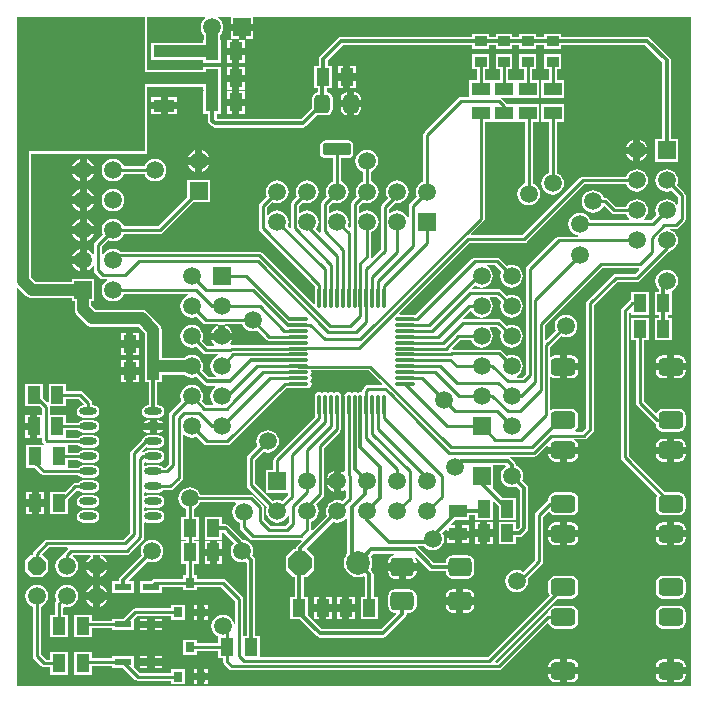
<source format=gtl>
%FSLAX44Y44*%
%MOMM*%
G71*
G01*
G75*
G04 Layer_Physical_Order=1*
G04 Layer_Color=255*
%ADD10R,1.5000X1.1000*%
%ADD11R,1.1000X1.5000*%
%ADD12R,1.7500X3.5000*%
%ADD13R,1.7500X1.0500*%
%ADD14R,1.7500X1.0500*%
%ADD15R,1.4500X0.5500*%
%ADD16R,0.8000X0.9000*%
G04:AMPARAMS|DCode=17|XSize=2.1mm|YSize=1.5mm|CornerRadius=0.375mm|HoleSize=0mm|Usage=FLASHONLY|Rotation=0.000|XOffset=0mm|YOffset=0mm|HoleType=Round|Shape=RoundedRectangle|*
%AMROUNDEDRECTD17*
21,1,2.1000,0.7500,0,0,0.0*
21,1,1.3500,1.5000,0,0,0.0*
1,1,0.7500,0.6750,-0.3750*
1,1,0.7500,-0.6750,-0.3750*
1,1,0.7500,-0.6750,0.3750*
1,1,0.7500,0.6750,0.3750*
%
%ADD17ROUNDEDRECTD17*%
G04:AMPARAMS|DCode=18|XSize=1.3mm|YSize=1.55mm|CornerRadius=0.325mm|HoleSize=0mm|Usage=FLASHONLY|Rotation=0.000|XOffset=0mm|YOffset=0mm|HoleType=Round|Shape=RoundedRectangle|*
%AMROUNDEDRECTD18*
21,1,1.3000,0.9000,0,0,0.0*
21,1,0.6500,1.5500,0,0,0.0*
1,1,0.6500,0.3250,-0.4500*
1,1,0.6500,-0.3250,-0.4500*
1,1,0.6500,-0.3250,0.4500*
1,1,0.6500,0.3250,0.4500*
%
%ADD18ROUNDEDRECTD18*%
G04:AMPARAMS|DCode=19|XSize=2.39mm|YSize=1.09mm|CornerRadius=0.2725mm|HoleSize=0mm|Usage=FLASHONLY|Rotation=0.000|XOffset=0mm|YOffset=0mm|HoleType=Round|Shape=RoundedRectangle|*
%AMROUNDEDRECTD19*
21,1,2.3900,0.5450,0,0,0.0*
21,1,1.8450,1.0900,0,0,0.0*
1,1,0.5450,0.9225,-0.2725*
1,1,0.5450,-0.9225,-0.2725*
1,1,0.5450,-0.9225,0.2725*
1,1,0.5450,0.9225,0.2725*
%
%ADD19ROUNDEDRECTD19*%
%ADD20O,1.5000X0.6000*%
%ADD21R,1.0000X0.9000*%
%ADD22O,1.8000X0.3000*%
%ADD23O,0.3000X1.8000*%
G04:AMPARAMS|DCode=24|XSize=2mm|YSize=1.6mm|CornerRadius=0.4mm|HoleSize=0mm|Usage=FLASHONLY|Rotation=180.000|XOffset=0mm|YOffset=0mm|HoleType=Round|Shape=RoundedRectangle|*
%AMROUNDEDRECTD24*
21,1,2.0000,0.8000,0,0,180.0*
21,1,1.2000,1.6000,0,0,180.0*
1,1,0.8000,-0.6000,0.4000*
1,1,0.8000,0.6000,0.4000*
1,1,0.8000,0.6000,-0.4000*
1,1,0.8000,-0.6000,-0.4000*
%
%ADD24ROUNDEDRECTD24*%
%ADD25C,0.3000*%
%ADD26C,1.0000*%
%ADD27C,0.2540*%
%ADD28R,10.7950X11.4300*%
%ADD29R,1.5000X1.5000*%
%ADD30C,1.5000*%
%ADD31R,1.5000X1.5000*%
%ADD32P,1.6236X8X22.5*%
%ADD33P,2.1648X8X22.5*%
%ADD34C,2.0000*%
%ADD35C,1.1000*%
G36*
X243508Y69153D02*
X239919Y65564D01*
X223520D01*
X222244Y65310D01*
X221162Y64588D01*
X199573Y42997D01*
X198850Y41916D01*
X198596Y40640D01*
Y-64659D01*
X195434Y-67821D01*
X189730D01*
X189362Y-66606D01*
X190186Y-66055D01*
X191456Y-64153D01*
X191903Y-61910D01*
Y-54410D01*
X191456Y-52167D01*
X190186Y-50265D01*
X188284Y-48994D01*
X186040Y-48547D01*
X172540D01*
X170296Y-48994D01*
X169204Y-49724D01*
X168084Y-49125D01*
Y-21995D01*
X169204Y-21397D01*
X170296Y-22126D01*
X172540Y-22573D01*
X176290D01*
Y-12963D01*
Y-3347D01*
X172540D01*
X170296Y-3794D01*
X169204Y-4524D01*
X168084Y-3925D01*
Y3699D01*
X177426Y13040D01*
X179130Y12335D01*
X181610Y12008D01*
X184090Y12335D01*
X186401Y13292D01*
X188385Y14814D01*
X189908Y16799D01*
X190865Y19110D01*
X191192Y21590D01*
X190865Y24070D01*
X189908Y26381D01*
X188385Y28365D01*
X186401Y29888D01*
X184090Y30845D01*
X181610Y31172D01*
X179130Y30845D01*
X176819Y29888D01*
X174834Y28365D01*
X173312Y26381D01*
X172355Y24070D01*
X172028Y21590D01*
X172355Y19110D01*
X172855Y17901D01*
X164717Y9762D01*
X163544Y10249D01*
Y21669D01*
X212201Y70326D01*
X243022D01*
X243508Y69153D01*
D02*
G37*
G36*
X287261Y-283431D02*
X-283431D01*
Y53347D01*
X-282258Y53833D01*
X-275502Y47078D01*
X-275502Y47078D01*
X-275502D01*
X-275502Y47077D01*
X-275502D01*
X-275502Y47077D01*
Y47077D01*
Y47077D01*
D01*
D01*
X-275502D01*
Y47077D01*
X-274040Y45956D01*
X-272337Y45250D01*
X-270510Y45010D01*
X-236830D01*
Y42570D01*
X-234390D01*
Y35560D01*
X-234390Y35560D01*
X-234390D01*
X-234150Y33733D01*
X-233444Y32030D01*
X-232322Y30568D01*
X-224702Y22948D01*
X-223240Y21825D01*
X-221537Y21120D01*
X-219710Y20880D01*
X-180725D01*
X-175300Y15455D01*
Y-3150D01*
X-174860D01*
Y-7010D01*
X-175300D01*
Y-26010D01*
X-171649D01*
Y-45702D01*
X-172580D01*
X-174531Y-46090D01*
X-176185Y-47195D01*
X-177290Y-48849D01*
X-177678Y-50800D01*
X-177290Y-52751D01*
X-176185Y-54405D01*
X-174531Y-55510D01*
X-172580Y-55898D01*
X-163580D01*
X-161629Y-55510D01*
X-159975Y-54405D01*
X-158870Y-52751D01*
X-158482Y-50800D01*
X-158870Y-48849D01*
X-159975Y-47195D01*
X-161629Y-46090D01*
X-163580Y-45702D01*
X-164511D01*
Y-26010D01*
X-160300D01*
Y-19504D01*
X-141804D01*
X-140191Y-20741D01*
X-137880Y-21699D01*
X-135400Y-22025D01*
X-132920Y-21699D01*
X-131698Y-21192D01*
X-124966Y-27923D01*
X-123809Y-28697D01*
X-122443Y-28969D01*
X-116015D01*
X-115607Y-30171D01*
X-116776Y-31068D01*
X-118298Y-33052D01*
X-119256Y-35363D01*
X-119582Y-37843D01*
X-119256Y-40323D01*
X-118298Y-42634D01*
X-117143Y-44140D01*
X-117704Y-45279D01*
X-123249D01*
X-126748Y-41780D01*
X-126145Y-40323D01*
X-125818Y-37843D01*
X-126145Y-35363D01*
X-127102Y-33052D01*
X-128625Y-31068D01*
X-130609Y-29545D01*
X-132920Y-28588D01*
X-135400Y-28261D01*
X-137880Y-28588D01*
X-140191Y-29545D01*
X-142176Y-31068D01*
X-143698Y-33052D01*
X-144656Y-35363D01*
X-144982Y-37843D01*
X-144656Y-40323D01*
X-144052Y-41780D01*
X-153488Y-51216D01*
X-154210Y-52297D01*
X-154464Y-53573D01*
Y-95139D01*
X-157591Y-98266D01*
X-159794D01*
X-159975Y-97995D01*
X-161629Y-96890D01*
X-163580Y-96502D01*
X-172580D01*
X-174531Y-96890D01*
X-174616Y-96947D01*
X-175736Y-96348D01*
Y-94152D01*
X-174616Y-93553D01*
X-174531Y-93610D01*
X-172580Y-93998D01*
X-163580D01*
X-161629Y-93610D01*
X-159975Y-92505D01*
X-158870Y-90851D01*
X-158482Y-88900D01*
X-158870Y-86949D01*
X-159975Y-85295D01*
X-161629Y-84190D01*
X-163580Y-83802D01*
X-172580D01*
X-174531Y-84190D01*
X-176159Y-85278D01*
X-177391Y-84969D01*
X-177618Y-84543D01*
X-174075Y-81000D01*
X-172580Y-81298D01*
X-163580D01*
X-161629Y-80910D01*
X-159975Y-79805D01*
X-158870Y-78151D01*
X-158482Y-76200D01*
X-158870Y-74249D01*
X-159975Y-72595D01*
X-161629Y-71490D01*
X-163580Y-71102D01*
X-172580D01*
X-174531Y-71490D01*
X-176185Y-72595D01*
X-177290Y-74249D01*
X-177423Y-74918D01*
X-186507Y-84003D01*
X-187230Y-85084D01*
X-187484Y-86360D01*
Y-153559D01*
X-193151Y-159226D01*
X-257810D01*
X-259086Y-159480D01*
X-260168Y-160203D01*
X-269058Y-169093D01*
X-269780Y-170174D01*
X-270034Y-171450D01*
Y-172110D01*
X-271450D01*
X-276200Y-176860D01*
Y-186360D01*
X-271450Y-191110D01*
X-261950D01*
X-257200Y-186360D01*
Y-176860D01*
X-261950Y-172110D01*
X-261950Y-172110D01*
X-261950D01*
X-262153Y-171619D01*
X-256429Y-165894D01*
X-240849D01*
X-240362Y-167067D01*
X-243657Y-170362D01*
X-244380Y-171444D01*
X-244632Y-172707D01*
X-246091Y-173312D01*
X-248075Y-174834D01*
X-249598Y-176819D01*
X-250555Y-179130D01*
X-250882Y-181610D01*
X-250555Y-184090D01*
X-249598Y-186401D01*
X-248075Y-188385D01*
X-246091Y-189908D01*
X-243780Y-190865D01*
X-241300Y-191192D01*
X-238820Y-190865D01*
X-236509Y-189908D01*
X-234525Y-188385D01*
X-233002Y-186401D01*
X-232045Y-184090D01*
X-231718Y-181610D01*
X-232045Y-179130D01*
X-233002Y-176819D01*
X-234525Y-174834D01*
X-236509Y-173312D01*
X-236620Y-172755D01*
X-236109Y-172244D01*
X-221275D01*
X-220867Y-173447D01*
X-222675Y-174834D01*
X-224198Y-176819D01*
X-224940Y-178610D01*
X-218900D01*
Y-172569D01*
X-218380Y-172354D01*
X-217549Y-172245D01*
X-214251D01*
X-213420Y-172354D01*
X-213413Y-172244D01*
X-190500D01*
X-189224Y-171990D01*
X-188143Y-171268D01*
X-176712Y-159838D01*
X-175990Y-158756D01*
X-175736Y-157480D01*
Y-144952D01*
X-174616Y-144353D01*
X-174531Y-144410D01*
X-172580Y-144798D01*
X-163580D01*
X-161629Y-144410D01*
X-159975Y-143305D01*
X-158870Y-141651D01*
X-158482Y-139700D01*
X-158870Y-137749D01*
X-159975Y-136095D01*
X-161629Y-134990D01*
X-163580Y-134602D01*
X-172580D01*
X-174531Y-134990D01*
X-174616Y-135047D01*
X-175736Y-134448D01*
Y-132252D01*
X-174616Y-131653D01*
X-174531Y-131710D01*
X-172580Y-132098D01*
X-163580D01*
X-161629Y-131710D01*
X-159975Y-130605D01*
X-158870Y-128951D01*
X-158482Y-127000D01*
X-158870Y-125049D01*
X-159975Y-123395D01*
X-161629Y-122290D01*
X-163580Y-121902D01*
X-172580D01*
X-174531Y-122290D01*
X-174616Y-122347D01*
X-175736Y-121748D01*
Y-119552D01*
X-174616Y-118953D01*
X-174531Y-119010D01*
X-172580Y-119398D01*
X-163580D01*
X-161629Y-119010D01*
X-159975Y-117905D01*
X-159794Y-117634D01*
X-153670D01*
X-152394Y-117380D01*
X-151313Y-116657D01*
X-143813Y-109157D01*
X-143813Y-109158D01*
X-143813Y-109157D01*
X-143090Y-108076D01*
X-142836Y-106800D01*
Y-70947D01*
X-141697Y-70386D01*
X-140191Y-71541D01*
X-137880Y-72498D01*
X-135400Y-72825D01*
X-132920Y-72498D01*
X-131463Y-71895D01*
X-124801Y-78558D01*
X-123719Y-79280D01*
X-122443Y-79534D01*
X-105410D01*
X-104134Y-79280D01*
X-103053Y-78558D01*
X-103052Y-78558D01*
X-103053Y-78558D01*
X-55329Y-30834D01*
X-53679D01*
X-52500Y-31069D01*
X-37500D01*
X-36134Y-30797D01*
X-34977Y-30023D01*
X-34203Y-28866D01*
X-33932Y-27500D01*
X-34203Y-26134D01*
X-34961Y-25000D01*
X-34203Y-23866D01*
X-33932Y-22500D01*
X-34203Y-21134D01*
X-34961Y-20000D01*
X-34203Y-18866D01*
X-33932Y-17500D01*
X-34203Y-16134D01*
X-34165Y-16064D01*
X14515D01*
X25694Y-27243D01*
X25208Y-28416D01*
X13970D01*
X12694Y-28670D01*
X11612Y-29392D01*
X10143Y-30863D01*
X9420Y-31944D01*
X9166Y-33220D01*
Y-33262D01*
X8184Y-34067D01*
X7500Y-33932D01*
X6134Y-34203D01*
X5000Y-34961D01*
X3866Y-34203D01*
X2500Y-33932D01*
X1134Y-34203D01*
X0Y-34961D01*
X-1134Y-34203D01*
X-2500Y-33932D01*
X-3866Y-34203D01*
X-5000Y-34961D01*
X-5000Y-34961D01*
X-5024Y-34976D01*
X-5797Y-36134D01*
X-6069Y-37500D01*
Y-45003D01*
Y-52500D01*
X-5835Y-53679D01*
Y-55597D01*
X-6134Y-55797D01*
X-6815Y-55933D01*
X-5834Y-56738D01*
Y-101369D01*
X-6973Y-101930D01*
X-7271Y-101702D01*
X-9062Y-100960D01*
Y-110002D01*
Y-119040D01*
X-7271Y-118298D01*
X-5765Y-117143D01*
X-4626Y-117704D01*
Y-123249D01*
X-8125Y-126748D01*
X-9582Y-126145D01*
X-12062Y-125818D01*
X-14542Y-126145D01*
X-16853Y-127102D01*
X-18837Y-128625D01*
X-20360Y-130609D01*
X-21317Y-132920D01*
X-21644Y-135400D01*
X-21317Y-137880D01*
X-20811Y-139102D01*
X-33060Y-151351D01*
X-34180Y-150752D01*
X-34128Y-150492D01*
X-34128Y-150492D01*
X-34128Y-150492D01*
Y-150492D01*
Y-144302D01*
X-32671Y-143698D01*
X-30687Y-142176D01*
X-29164Y-140191D01*
X-28207Y-137880D01*
X-27880Y-135400D01*
X-28207Y-132920D01*
X-29164Y-130609D01*
X-30315Y-129108D01*
X-24334Y-123127D01*
X-23612Y-122046D01*
X-23358Y-120770D01*
X-23358Y-120770D01*
X-23358Y-120770D01*
Y-120770D01*
Y-81413D01*
X-10143Y-68198D01*
X-9420Y-67116D01*
X-9166Y-65840D01*
Y-56738D01*
X-8185Y-55933D01*
X-8866Y-55797D01*
X-9165Y-55597D01*
Y-53679D01*
X-8931Y-52500D01*
Y-45003D01*
Y-37500D01*
X-9203Y-36134D01*
X-9976Y-34976D01*
X-9999Y-34961D01*
X-10000Y-34961D01*
X-11134Y-34203D01*
X-12500Y-33932D01*
X-13866Y-34203D01*
X-15000Y-34961D01*
X-16134Y-34203D01*
X-17500Y-33932D01*
X-18866Y-34203D01*
X-20000Y-34961D01*
X-21134Y-34203D01*
X-22500Y-33932D01*
X-23866Y-34203D01*
X-25000Y-34961D01*
X-26134Y-34203D01*
X-27500Y-33932D01*
X-28866Y-34203D01*
X-30023Y-34977D01*
X-30797Y-36134D01*
X-31069Y-37500D01*
Y-52500D01*
X-30834Y-53679D01*
Y-55329D01*
X-65219Y-89714D01*
X-65942Y-90796D01*
X-66196Y-92072D01*
Y-100500D01*
X-72362D01*
Y-119500D01*
X-54134D01*
Y-121957D01*
X-58925Y-126748D01*
X-60382Y-126145D01*
X-62862Y-125818D01*
X-65342Y-126145D01*
X-66799Y-126748D01*
X-81756Y-111791D01*
Y-91551D01*
X-75057Y-84852D01*
X-73600Y-85456D01*
X-71120Y-85782D01*
X-68640Y-85456D01*
X-66329Y-84498D01*
X-64345Y-82975D01*
X-62822Y-80991D01*
X-61865Y-78680D01*
X-61538Y-76200D01*
X-61865Y-73720D01*
X-62822Y-71409D01*
X-64345Y-69425D01*
X-66329Y-67902D01*
X-68640Y-66944D01*
X-71120Y-66618D01*
X-73600Y-66944D01*
X-75911Y-67902D01*
X-77895Y-69425D01*
X-79418Y-71409D01*
X-80375Y-73720D01*
X-80702Y-76200D01*
X-80375Y-78680D01*
X-79772Y-80137D01*
X-87448Y-87812D01*
X-88170Y-88894D01*
X-88424Y-90170D01*
Y-113172D01*
X-88170Y-114448D01*
X-87448Y-115529D01*
X-87448Y-115529D01*
X-87448D01*
Y-115529D01*
X-87448Y-115529D01*
X-71514Y-131463D01*
X-72117Y-132920D01*
X-72444Y-135400D01*
X-72117Y-137880D01*
X-71160Y-140191D01*
X-69637Y-142176D01*
X-67653Y-143698D01*
X-65342Y-144656D01*
X-62862Y-144982D01*
X-60382Y-144656D01*
X-58071Y-143698D01*
X-56087Y-142176D01*
X-54564Y-140191D01*
X-54110Y-139095D01*
X-52864Y-139342D01*
Y-144669D01*
X-55991Y-147796D01*
X-68469D01*
X-74136Y-142129D01*
Y-132080D01*
X-74390Y-130804D01*
X-75113Y-129722D01*
X-82732Y-122102D01*
X-83814Y-121380D01*
X-85090Y-121126D01*
X-128258D01*
X-128862Y-119669D01*
X-130385Y-117684D01*
X-132369Y-116162D01*
X-134680Y-115204D01*
X-137160Y-114878D01*
X-139640Y-115204D01*
X-141951Y-116162D01*
X-143935Y-117684D01*
X-145458Y-119669D01*
X-146416Y-121980D01*
X-146742Y-124460D01*
X-146416Y-126940D01*
X-145458Y-129251D01*
X-143935Y-131236D01*
X-141951Y-132758D01*
X-140494Y-133362D01*
Y-140360D01*
X-144500D01*
Y-159360D01*
X-140494D01*
Y-160680D01*
X-144500D01*
Y-179680D01*
X-140494D01*
Y-189280D01*
X-143160D01*
Y-192446D01*
X-166250D01*
X-167526Y-192700D01*
X-168608Y-193422D01*
X-169825Y-194640D01*
X-179110D01*
Y-204140D01*
X-160610D01*
Y-199114D01*
X-143160D01*
Y-202280D01*
X-131160D01*
Y-199114D01*
X-110401D01*
X-98584Y-210931D01*
Y-230707D01*
X-99851Y-230790D01*
X-99965Y-229930D01*
X-100922Y-227619D01*
X-102445Y-225634D01*
X-104429Y-224112D01*
X-106740Y-223155D01*
X-109220Y-222828D01*
X-111700Y-223155D01*
X-114011Y-224112D01*
X-115995Y-225634D01*
X-117518Y-227619D01*
X-118476Y-229930D01*
X-118802Y-232410D01*
X-118476Y-234890D01*
X-117518Y-237201D01*
X-115995Y-239185D01*
X-114011Y-240708D01*
X-112750Y-241231D01*
Y-247056D01*
X-131160D01*
Y-243890D01*
X-143160D01*
Y-256890D01*
X-131160D01*
Y-253724D01*
X-112750D01*
Y-259690D01*
X-108584D01*
Y-263050D01*
X-108330Y-264326D01*
X-107607Y-265408D01*
X-103958Y-269058D01*
X-103958D01*
X-103958Y-269058D01*
X-103958Y-269058D01*
Y-269058D01*
X-102876Y-269780D01*
X-101600Y-270034D01*
X124460D01*
X125736Y-269780D01*
X126818Y-269058D01*
X126818Y-269058D01*
X126818Y-269058D01*
X165791Y-230084D01*
X167006Y-230453D01*
X167124Y-231043D01*
X168395Y-232945D01*
X170296Y-234216D01*
X172540Y-234663D01*
X186040D01*
X188284Y-234216D01*
X190186Y-232945D01*
X191456Y-231043D01*
X191903Y-228800D01*
Y-221300D01*
X191456Y-219056D01*
X190186Y-217155D01*
X188284Y-215884D01*
X186040Y-215437D01*
X172540D01*
X170296Y-215884D01*
X168395Y-217155D01*
X167124Y-219056D01*
X166677Y-221300D01*
Y-221716D01*
X166110D01*
X164834Y-221970D01*
X163752Y-222693D01*
X123079Y-263366D01*
X121852D01*
X121366Y-262193D01*
X174393Y-209166D01*
X186040D01*
X188284Y-208720D01*
X190186Y-207449D01*
X191456Y-205547D01*
X191903Y-203303D01*
Y-195803D01*
X191456Y-193560D01*
X190186Y-191658D01*
X188284Y-190387D01*
X186040Y-189941D01*
X172540D01*
X170296Y-190387D01*
X168395Y-191658D01*
X167124Y-193560D01*
X166677Y-195803D01*
Y-203303D01*
X167124Y-205547D01*
X167708Y-206421D01*
X115302Y-258826D01*
X-77750D01*
Y-240690D01*
X-81681D01*
Y-176370D01*
X-81953Y-175004D01*
X-82727Y-173847D01*
X-83961Y-172612D01*
X-83455Y-171390D01*
X-83128Y-168910D01*
X-83455Y-166430D01*
X-84412Y-164119D01*
X-85935Y-162134D01*
X-87919Y-160612D01*
X-90230Y-159655D01*
X-92083Y-159411D01*
X-104157Y-147337D01*
X-105314Y-146563D01*
X-106680Y-146291D01*
X-109500D01*
Y-140360D01*
X-124500D01*
Y-159360D01*
X-109500D01*
Y-153429D01*
X-108158D01*
X-99483Y-162103D01*
X-99485Y-162135D01*
X-101008Y-164119D01*
X-101966Y-166430D01*
X-102292Y-168910D01*
X-101966Y-171390D01*
X-101008Y-173701D01*
X-99485Y-175686D01*
X-97501Y-177208D01*
X-95190Y-178165D01*
X-92710Y-178492D01*
X-90230Y-178165D01*
X-89874Y-178018D01*
X-88819Y-178724D01*
Y-240690D01*
X-91916D01*
Y-209550D01*
X-92170Y-208274D01*
X-92893Y-207192D01*
X-106663Y-193423D01*
X-107744Y-192700D01*
X-109020Y-192446D01*
X-131160D01*
Y-189280D01*
X-133826D01*
Y-179680D01*
X-129500D01*
Y-160680D01*
X-133826D01*
Y-159360D01*
X-129500D01*
Y-140360D01*
X-133826D01*
Y-133362D01*
X-132369Y-132758D01*
X-130385Y-131236D01*
X-128862Y-129251D01*
X-128258Y-127794D01*
X-98470D01*
X-98062Y-128997D01*
X-98216Y-129115D01*
X-99738Y-131099D01*
X-100695Y-133410D01*
X-101022Y-135890D01*
X-100695Y-138370D01*
X-99738Y-140681D01*
X-98216Y-142665D01*
X-96231Y-144188D01*
X-94774Y-144792D01*
Y-148590D01*
X-94520Y-149866D01*
X-93798Y-150948D01*
X-93798Y-150948D01*
X-93798D01*
Y-150948D01*
X-93798Y-150948D01*
X-86178Y-158567D01*
X-85096Y-159290D01*
X-83820Y-159544D01*
X-43180D01*
X-42920Y-159492D01*
X-42321Y-160612D01*
X-45973Y-164265D01*
X-46747Y-165422D01*
X-47019Y-166788D01*
Y-167070D01*
X-49450D01*
X-55450Y-173070D01*
Y-185070D01*
X-49450Y-191070D01*
X-47859D01*
Y-207670D01*
X-51790D01*
Y-226670D01*
X-43807D01*
X-29193Y-241283D01*
X-29193Y-241283D01*
X-29193D01*
X-29193Y-241283D01*
X-29193D01*
X-29193Y-241283D01*
Y-241283D01*
Y-241283D01*
D01*
D01*
X-29193D01*
Y-241283D01*
X-28036Y-242057D01*
X-26670Y-242329D01*
X26670D01*
X28036Y-242057D01*
X29193Y-241283D01*
X45428Y-225048D01*
X46202Y-223891D01*
X46474Y-222525D01*
X46474Y-222525D01*
X46474Y-222525D01*
Y-222525D01*
Y-221373D01*
X48905D01*
X51246Y-220907D01*
X53231Y-219581D01*
X54557Y-217596D01*
X55023Y-215255D01*
Y-207255D01*
X54557Y-204914D01*
X53231Y-202929D01*
X51246Y-201603D01*
X48905Y-201138D01*
X36905D01*
X34564Y-201603D01*
X32579Y-202929D01*
X31253Y-204914D01*
X30787Y-207255D01*
Y-215255D01*
X31253Y-217596D01*
X32579Y-219581D01*
X34564Y-220907D01*
X36905Y-221373D01*
X37351D01*
X37837Y-222546D01*
X25192Y-235191D01*
X-25192D01*
X-36790Y-223593D01*
Y-207670D01*
X-40721D01*
Y-191070D01*
X-37450D01*
X-31450Y-185070D01*
Y-173070D01*
X-37450Y-167070D01*
X-37450Y-167070D01*
X-37450D01*
X-37812Y-166197D01*
X-15764Y-144149D01*
X-14542Y-144656D01*
X-12062Y-144982D01*
X-9582Y-144656D01*
X-7271Y-143698D01*
X-5286Y-142176D01*
X-4771Y-141504D01*
X-3569Y-141912D01*
Y-170981D01*
X-5132Y-173018D01*
X-6341Y-175937D01*
X-6754Y-179070D01*
X-6341Y-182203D01*
X-5132Y-185122D01*
X-3209Y-187628D01*
X-702Y-189552D01*
X2217Y-190761D01*
X5350Y-191174D01*
X8483Y-190761D01*
X10455Y-189944D01*
X11511Y-190650D01*
Y-207670D01*
X7580D01*
Y-226670D01*
X22580D01*
Y-207670D01*
X18649D01*
Y-188800D01*
X18377Y-187434D01*
X17603Y-186277D01*
X16013Y-184686D01*
X17041Y-182203D01*
X17454Y-179070D01*
X17041Y-175937D01*
X16013Y-173454D01*
X18258Y-171209D01*
X36052D01*
X36176Y-172472D01*
X34564Y-172793D01*
X32579Y-174119D01*
X31253Y-176104D01*
X30787Y-178445D01*
Y-179445D01*
X55023D01*
Y-178445D01*
X54557Y-176104D01*
X53726Y-174860D01*
X54707Y-174054D01*
X65622Y-184968D01*
X65622Y-184968D01*
X65622D01*
X65622Y-184968D01*
X65622D01*
X65622Y-184968D01*
Y-184968D01*
Y-184968D01*
D01*
D01*
X65622D01*
Y-184968D01*
X66779Y-185742D01*
X68145Y-186014D01*
X79598D01*
Y-186445D01*
X80063Y-188786D01*
X81389Y-190771D01*
X83374Y-192097D01*
X85715Y-192563D01*
X97715D01*
X100056Y-192097D01*
X102041Y-190771D01*
X103367Y-188786D01*
X103833Y-186445D01*
Y-178445D01*
X103367Y-176104D01*
X102041Y-174119D01*
X100056Y-172793D01*
X97715Y-172327D01*
X85715D01*
X83374Y-172793D01*
X81389Y-174119D01*
X80063Y-176104D01*
X79598Y-178445D01*
Y-178876D01*
X69623D01*
X55863Y-165117D01*
X55942Y-164859D01*
X61293D01*
X61804Y-165525D01*
X63789Y-167048D01*
X66100Y-168006D01*
X68580Y-168332D01*
X71060Y-168006D01*
X73371Y-167048D01*
X75355Y-165525D01*
X76878Y-163541D01*
X77835Y-161230D01*
X78162Y-158750D01*
X77835Y-156270D01*
X76878Y-153959D01*
X76513Y-153483D01*
X79497Y-150500D01*
X80670Y-150986D01*
Y-151780D01*
X87170D01*
Y-147280D01*
X84376D01*
X83890Y-146107D01*
X87717Y-142280D01*
X99670D01*
Y-138349D01*
X104420D01*
Y-142850D01*
X119420D01*
Y-127556D01*
X120593Y-127070D01*
X124420Y-130897D01*
Y-142850D01*
X139420D01*
Y-123850D01*
X127467D01*
X119561Y-115945D01*
X119990Y-114910D01*
X119990D01*
X119990Y-114910D01*
Y-96279D01*
X130209D01*
X130544Y-97264D01*
X130525Y-97552D01*
X129115Y-98635D01*
X127592Y-100619D01*
X126635Y-102930D01*
X126308Y-105410D01*
X126635Y-107890D01*
X127592Y-110201D01*
X129115Y-112185D01*
X131099Y-113708D01*
X133410Y-114665D01*
X135890Y-114992D01*
X138370Y-114665D01*
X139592Y-114159D01*
X142481Y-117048D01*
Y-148382D01*
X140762Y-150101D01*
X139420D01*
Y-144170D01*
X124420D01*
Y-163170D01*
X139420D01*
Y-157239D01*
X142240D01*
X143606Y-156967D01*
X144763Y-156193D01*
X148573Y-152383D01*
X149347Y-151226D01*
X149619Y-149860D01*
Y-115570D01*
X149347Y-114204D01*
X148573Y-113047D01*
X144639Y-109112D01*
X145146Y-107890D01*
X145472Y-105410D01*
X145146Y-102930D01*
X144188Y-100619D01*
X142665Y-98635D01*
X140681Y-97112D01*
X139459Y-96605D01*
Y-96520D01*
X139187Y-95154D01*
X138413Y-93997D01*
X134603Y-90187D01*
X133610Y-89523D01*
Y-89523D01*
X133610D01*
X133446Y-89413D01*
Y-89413D01*
X133471Y-89154D01*
X154281D01*
X155556Y-88900D01*
X156638Y-88177D01*
X156638Y-88177D01*
X156638Y-88177D01*
X165570Y-79246D01*
X166690Y-79845D01*
X166677Y-79907D01*
Y-80657D01*
X191903D01*
Y-79907D01*
X191456Y-77663D01*
X190186Y-75761D01*
X188284Y-74490D01*
D01*
X188284D01*
X188284Y-74489D01*
X196815D01*
X198091Y-74236D01*
X199172Y-73513D01*
X199172Y-73513D01*
X199172Y-73513D01*
X204288Y-68397D01*
X204721Y-67749D01*
X205010Y-67316D01*
X205264Y-66040D01*
Y39259D01*
X224901Y58896D01*
X241300D01*
X242576Y59150D01*
X243657Y59872D01*
X268408Y84623D01*
X269180Y84725D01*
X271491Y85682D01*
X273475Y87205D01*
X274998Y89189D01*
X275956Y91500D01*
X276282Y93980D01*
X275956Y96460D01*
X274998Y98771D01*
X273475Y100755D01*
X271491Y102278D01*
X269180Y103236D01*
Y103236D01*
X269187Y103346D01*
X274320D01*
X275596Y103600D01*
X276677Y104323D01*
X281758Y109403D01*
X281758Y109402D01*
X281758Y109403D01*
X282480Y110484D01*
X282734Y111760D01*
Y132080D01*
X282480Y133356D01*
X281758Y134438D01*
X275352Y140843D01*
X275956Y142300D01*
X276282Y144780D01*
X275956Y147260D01*
X274998Y149571D01*
X273475Y151556D01*
X271491Y153078D01*
X269180Y154036D01*
X266700Y154362D01*
X264220Y154036D01*
X261909Y153078D01*
X259925Y151556D01*
X258402Y149571D01*
X257444Y147260D01*
X257118Y144780D01*
X257444Y142300D01*
X258402Y139989D01*
X259925Y138005D01*
X261909Y136482D01*
X264220Y135525D01*
X266700Y135198D01*
X269180Y135525D01*
X270637Y136128D01*
X276066Y130699D01*
Y124755D01*
X274863Y124347D01*
X273475Y126155D01*
X271491Y127678D01*
X269180Y128636D01*
X266700Y128962D01*
X264220Y128636D01*
X261909Y127678D01*
X259925Y126155D01*
X258402Y124171D01*
X257444Y121860D01*
X257118Y119380D01*
X257444Y116900D01*
X258048Y115443D01*
X253889Y111284D01*
X248330D01*
X247922Y112487D01*
X248075Y112605D01*
X249598Y114589D01*
X250555Y116900D01*
X250882Y119380D01*
X250555Y121860D01*
X249598Y124171D01*
X248075Y126155D01*
X246091Y127678D01*
X243780Y128636D01*
X241300Y128962D01*
X238820Y128636D01*
X236509Y127678D01*
X234525Y126155D01*
X233002Y124171D01*
X232398Y122714D01*
X223631D01*
X216987Y129358D01*
X215906Y130080D01*
X214630Y130334D01*
X213372D01*
X212768Y131791D01*
X211245Y133775D01*
X209261Y135298D01*
X206950Y136256D01*
X204470Y136582D01*
X201990Y136256D01*
X199679Y135298D01*
X197695Y133775D01*
X196172Y131791D01*
X195215Y129480D01*
X194888Y127000D01*
X195215Y124520D01*
X196172Y122209D01*
X197695Y120225D01*
X199679Y118702D01*
X201990Y117745D01*
X204470Y117418D01*
X206950Y117745D01*
X209261Y118702D01*
X211245Y120225D01*
X212768Y122209D01*
X212898Y122523D01*
X214144Y122771D01*
X219893Y117022D01*
X219892D01*
X219893Y117022D01*
X219893Y117022D01*
Y117022D01*
X220974Y116300D01*
X222250Y116046D01*
X232398D01*
X233002Y114589D01*
X234525Y112605D01*
X234678Y112487D01*
X234270Y111284D01*
X201942D01*
X201338Y112741D01*
X199816Y114726D01*
X197831Y116248D01*
X195520Y117205D01*
X193040Y117532D01*
X190560Y117205D01*
X188249Y116248D01*
X186264Y114726D01*
X184742Y112741D01*
X183785Y110430D01*
X183458Y107950D01*
X183785Y105470D01*
X184742Y103159D01*
X186264Y101174D01*
X188249Y99652D01*
X190560Y98694D01*
X191420Y98581D01*
X191337Y97314D01*
X175260D01*
X173984Y97060D01*
X172903Y96337D01*
X148772Y72207D01*
X148050Y71126D01*
X147796Y69850D01*
Y-18939D01*
X144669Y-22066D01*
X140233D01*
X139985Y-20820D01*
X140191Y-20735D01*
X142176Y-19212D01*
X143698Y-17228D01*
X144656Y-14917D01*
X144982Y-12437D01*
X144656Y-9957D01*
X143698Y-7646D01*
X142176Y-5662D01*
X140191Y-4139D01*
X137880Y-3182D01*
X135400Y-2855D01*
X132920Y-3182D01*
X131463Y-3785D01*
X126987Y691D01*
X125906Y1413D01*
X124630Y1667D01*
X85512D01*
X85026Y2840D01*
X91814Y9629D01*
X101098D01*
X101702Y8172D01*
X103225Y6188D01*
X105209Y4665D01*
X107520Y3708D01*
X110000Y3381D01*
X112480Y3708D01*
X114791Y4665D01*
X116776Y6188D01*
X118298Y8172D01*
X119256Y10483D01*
X119582Y12963D01*
X119256Y15443D01*
X118298Y17754D01*
X116776Y19739D01*
X117134Y20796D01*
X122852D01*
X126748Y16900D01*
X126145Y15443D01*
X125818Y12963D01*
X126145Y10483D01*
X127102Y8172D01*
X128625Y6188D01*
X130609Y4665D01*
X132920Y3708D01*
X135400Y3381D01*
X137880Y3708D01*
X140191Y4665D01*
X142176Y6188D01*
X143698Y8172D01*
X144656Y10483D01*
X144982Y12963D01*
X144656Y15443D01*
X143698Y17754D01*
X142176Y19739D01*
X140191Y21261D01*
X137880Y22218D01*
X135400Y22545D01*
X132920Y22218D01*
X131463Y21615D01*
X126591Y26488D01*
X125509Y27210D01*
X124233Y27464D01*
X94798D01*
X94312Y28637D01*
X100175Y34500D01*
X101420Y34252D01*
X101702Y33572D01*
X103225Y31588D01*
X105209Y30065D01*
X107520Y29108D01*
X110000Y28781D01*
X112480Y29108D01*
X114791Y30065D01*
X116776Y31588D01*
X118298Y33572D01*
X119256Y35883D01*
X119582Y38363D01*
X119256Y40843D01*
X118298Y43154D01*
X116776Y45139D01*
X117134Y46196D01*
X122852D01*
X126748Y42300D01*
X126145Y40843D01*
X125818Y38363D01*
X126145Y35883D01*
X127102Y33572D01*
X128625Y31588D01*
X130609Y30065D01*
X132920Y29108D01*
X135400Y28781D01*
X137880Y29108D01*
X140191Y30065D01*
X142176Y31588D01*
X143698Y33572D01*
X144656Y35883D01*
X144982Y38363D01*
X144656Y40843D01*
X143698Y43154D01*
X142176Y45139D01*
X140191Y46661D01*
X137880Y47618D01*
X135400Y47945D01*
X132920Y47618D01*
X131463Y47015D01*
X126591Y51887D01*
X125509Y52610D01*
X124233Y52864D01*
X102418D01*
X101932Y54037D01*
X104163Y56268D01*
X105209Y55465D01*
X107520Y54508D01*
X110000Y54181D01*
X112480Y54508D01*
X114791Y55465D01*
X116776Y56988D01*
X118298Y58972D01*
X119256Y61283D01*
X119582Y63763D01*
X119256Y66243D01*
X118298Y68554D01*
X116776Y70539D01*
X114791Y72061D01*
X114951Y72866D01*
X121582D01*
X126748Y67700D01*
X126145Y66243D01*
X125818Y63763D01*
X126145Y61283D01*
X127102Y58972D01*
X128625Y56988D01*
X130609Y55465D01*
X132920Y54508D01*
X135400Y54181D01*
X137880Y54508D01*
X140191Y55465D01*
X142176Y56988D01*
X143698Y58972D01*
X144656Y61283D01*
X144982Y63763D01*
X144656Y66243D01*
X143698Y68554D01*
X142176Y70539D01*
X140191Y72061D01*
X137880Y73018D01*
X135400Y73345D01*
X132920Y73018D01*
X131463Y72415D01*
X125321Y78558D01*
X124239Y79280D01*
X122963Y79534D01*
X104140D01*
X102864Y79280D01*
X101783Y78558D01*
X54059Y30834D01*
X53679D01*
X52500Y31069D01*
X40609D01*
X40123Y32242D01*
X99797Y91916D01*
X146050D01*
X147326Y92170D01*
X148407Y92893D01*
X148408Y92892D01*
X148407Y92893D01*
X196961Y141446D01*
X232398D01*
X233002Y139989D01*
X234525Y138005D01*
X236509Y136482D01*
X238820Y135525D01*
X241300Y135198D01*
X243780Y135525D01*
X246091Y136482D01*
X248075Y138005D01*
X249598Y139989D01*
X250555Y142300D01*
X250882Y144780D01*
X250555Y147260D01*
X249598Y149571D01*
X248075Y151556D01*
X246091Y153078D01*
X243780Y154036D01*
X241300Y154362D01*
X238820Y154036D01*
X236509Y153078D01*
X234525Y151556D01*
X233002Y149571D01*
X232398Y148114D01*
X195580D01*
X194304Y147860D01*
X193222Y147137D01*
X144669Y98584D01*
X101704D01*
X101218Y99757D01*
X111578Y110117D01*
X111578Y110117D01*
X111578Y110117D01*
X112300Y111198D01*
X112554Y112474D01*
Y194534D01*
X118720D01*
Y194534D01*
X118720D01*
X118720Y194534D01*
X119617D01*
Y194534D01*
X138617D01*
Y194534D01*
D01*
X138617Y194534D01*
D01*
D01*
D01*
X139513D01*
X139513D01*
X139513D01*
Y194534D01*
X146526D01*
Y142252D01*
X145069Y141648D01*
X143084Y140125D01*
X141562Y138141D01*
X140604Y135830D01*
X140278Y133350D01*
X140604Y130870D01*
X141562Y128559D01*
X143084Y126574D01*
X145069Y125052D01*
X147380Y124094D01*
X149860Y123768D01*
X152340Y124094D01*
X154651Y125052D01*
X156635Y126574D01*
X158158Y128559D01*
X159115Y130870D01*
X159442Y133350D01*
X159115Y135830D01*
X158158Y138141D01*
X156635Y140125D01*
X154651Y141648D01*
X153194Y142252D01*
Y194534D01*
X158513D01*
Y209534D01*
X139513D01*
D01*
D01*
X139513Y209534D01*
X138617D01*
Y209534D01*
X131646D01*
X131474Y209791D01*
X126818Y214447D01*
X126844Y214534D01*
X138617D01*
Y214534D01*
D01*
X138617Y214534D01*
D01*
D01*
D01*
X139513D01*
X139513D01*
X139513D01*
Y214534D01*
X158513D01*
Y229534D01*
X152347D01*
Y239000D01*
X156013D01*
Y252000D01*
X142013D01*
Y239000D01*
X145679D01*
Y229534D01*
X139513D01*
D01*
D01*
X139513Y229534D01*
X138617D01*
Y229534D01*
X132451D01*
Y239000D01*
X136117D01*
Y252000D01*
X122117D01*
Y239000D01*
X125783D01*
Y229534D01*
X119617D01*
D01*
D01*
X119617Y229534D01*
X118720D01*
Y229534D01*
X112554D01*
Y239000D01*
X116220D01*
Y252000D01*
X102220D01*
Y239000D01*
X105886D01*
Y229534D01*
X99720D01*
Y215424D01*
X92710D01*
X91434Y215170D01*
X90352Y214447D01*
X61774Y185870D01*
X61052Y184788D01*
X60798Y183512D01*
Y144302D01*
X59341Y143698D01*
X57357Y142176D01*
X55834Y140191D01*
X54876Y137880D01*
X54550Y135400D01*
X54876Y132920D01*
X55480Y131463D01*
X49713Y125696D01*
X48990Y124614D01*
X48736Y123338D01*
Y113928D01*
X47490Y113680D01*
X47030Y114791D01*
X45507Y116776D01*
X43523Y118298D01*
X41212Y119256D01*
X38732Y119582D01*
X36252Y119256D01*
X33941Y118298D01*
X32413Y117126D01*
X31274Y117688D01*
Y120539D01*
X36807Y126072D01*
X38732Y125818D01*
X41212Y126145D01*
X43523Y127102D01*
X45507Y128625D01*
X47030Y130609D01*
X47987Y132920D01*
X48314Y135400D01*
X47987Y137880D01*
X47030Y140191D01*
X45507Y142176D01*
X43523Y143698D01*
X41212Y144656D01*
X38732Y144982D01*
X36252Y144656D01*
X33941Y143698D01*
X31957Y142176D01*
X30434Y140191D01*
X29476Y137880D01*
X29150Y135400D01*
X29476Y132920D01*
X30434Y130609D01*
X31076Y129771D01*
X25582Y124277D01*
X24860Y123196D01*
X24606Y121920D01*
Y86471D01*
X17057Y78922D01*
X15937Y79521D01*
X16034Y80010D01*
Y100837D01*
X18123Y101702D01*
X20107Y103225D01*
X21630Y105209D01*
X22587Y107520D01*
X22914Y110000D01*
X22587Y112480D01*
X21630Y114791D01*
X20107Y116776D01*
X18123Y118298D01*
X15812Y119256D01*
X13332Y119582D01*
X10852Y119256D01*
X8541Y118298D01*
X6973Y117095D01*
X5834Y117657D01*
Y123187D01*
X9395Y126748D01*
X10852Y126145D01*
X13332Y125818D01*
X15812Y126145D01*
X18123Y127102D01*
X20107Y128625D01*
X21630Y130609D01*
X22587Y132920D01*
X22914Y135400D01*
X22587Y137880D01*
X21630Y140191D01*
X20107Y142176D01*
X18123Y143698D01*
X16034Y144563D01*
Y152388D01*
X17491Y152992D01*
X19475Y154515D01*
X20998Y156499D01*
X21955Y158810D01*
X22282Y161290D01*
X21955Y163770D01*
X20998Y166081D01*
X19475Y168065D01*
X17491Y169588D01*
X15180Y170546D01*
X12700Y170872D01*
X10220Y170546D01*
X7909Y169588D01*
X5925Y168065D01*
X4402Y166081D01*
X3444Y163770D01*
X3118Y161290D01*
X3444Y158810D01*
X4402Y156499D01*
X5925Y154515D01*
X7909Y152992D01*
X9366Y152388D01*
Y144040D01*
X8541Y143698D01*
X6557Y142176D01*
X5034Y140191D01*
X4076Y137880D01*
X3750Y135400D01*
X4076Y132920D01*
X4680Y131463D01*
X143Y126926D01*
X-580Y125844D01*
X-834Y124568D01*
Y105140D01*
X-2007Y104654D01*
X-3416Y106063D01*
X-2813Y107520D01*
X-2486Y110000D01*
X-2813Y112480D01*
X-3770Y114791D01*
X-5293Y116776D01*
X-7277Y118298D01*
X-9588Y119256D01*
X-12068Y119582D01*
X-14548Y119256D01*
X-16859Y118298D01*
X-18387Y117126D01*
X-19526Y117688D01*
Y123227D01*
X-16005Y126748D01*
X-14548Y126145D01*
X-12068Y125818D01*
X-9588Y126145D01*
X-7277Y127102D01*
X-5293Y128625D01*
X-3770Y130609D01*
X-2813Y132920D01*
X-2486Y135400D01*
X-2813Y137880D01*
X-3770Y140191D01*
X-5293Y142176D01*
X-7277Y143698D01*
X-9366Y144563D01*
Y163657D01*
X-3475D01*
X-1631Y164024D01*
X-69Y165068D01*
X976Y166631D01*
X1343Y168475D01*
Y173925D01*
X976Y175769D01*
X-69Y177332D01*
X-1631Y178376D01*
X-3475Y178743D01*
X-21925D01*
X-23769Y178376D01*
X-25331Y177332D01*
X-26376Y175769D01*
X-26742Y173925D01*
Y168475D01*
X-26376Y166631D01*
X-25331Y165068D01*
X-23769Y164024D01*
X-21925Y163657D01*
X-16034D01*
Y144040D01*
X-16859Y143698D01*
X-18843Y142176D01*
X-20366Y140191D01*
X-21323Y137880D01*
X-21650Y135400D01*
X-21323Y132920D01*
X-20720Y131463D01*
X-25217Y126966D01*
X-25940Y125884D01*
X-26194Y124608D01*
Y101600D01*
X-26097Y101110D01*
X-27217Y100512D01*
X-30361Y103656D01*
X-29170Y105209D01*
X-28213Y107520D01*
X-27886Y110000D01*
X-28213Y112480D01*
X-29170Y114791D01*
X-30693Y116776D01*
X-32677Y118298D01*
X-34988Y119256D01*
X-37468Y119582D01*
X-39948Y119256D01*
X-42259Y118298D01*
X-43787Y117126D01*
X-44926Y117688D01*
Y123227D01*
X-41405Y126748D01*
X-39948Y126145D01*
X-37468Y125818D01*
X-34988Y126145D01*
X-32677Y127102D01*
X-30693Y128625D01*
X-29170Y130609D01*
X-28213Y132920D01*
X-27886Y135400D01*
X-28213Y137880D01*
X-29170Y140191D01*
X-30693Y142176D01*
X-32677Y143698D01*
X-34988Y144656D01*
X-37468Y144982D01*
X-39948Y144656D01*
X-42259Y143698D01*
X-44243Y142176D01*
X-45766Y140191D01*
X-46723Y137880D01*
X-47050Y135400D01*
X-46723Y132920D01*
X-46120Y131463D01*
X-50617Y126966D01*
X-51340Y125884D01*
X-51594Y124608D01*
Y104958D01*
X-52767Y104472D01*
X-54258Y105963D01*
X-53613Y107520D01*
X-53286Y110000D01*
X-53613Y112480D01*
X-54570Y114791D01*
X-56093Y116776D01*
X-58077Y118298D01*
X-60388Y119256D01*
X-62868Y119582D01*
X-65348Y119256D01*
X-67659Y118298D01*
X-69644Y116776D01*
X-70393Y115798D01*
X-71596Y116207D01*
Y121957D01*
X-66805Y126748D01*
X-65348Y126145D01*
X-62868Y125818D01*
X-60388Y126145D01*
X-58077Y127102D01*
X-56093Y128625D01*
X-54570Y130609D01*
X-53613Y132920D01*
X-53286Y135400D01*
X-53613Y137880D01*
X-54570Y140191D01*
X-56093Y142176D01*
X-58077Y143698D01*
X-60388Y144656D01*
X-62868Y144982D01*
X-65348Y144656D01*
X-67659Y143698D01*
X-69644Y142176D01*
X-71166Y140191D01*
X-72123Y137880D01*
X-72450Y135400D01*
X-72123Y132920D01*
X-71520Y131463D01*
X-77288Y125696D01*
X-78010Y124614D01*
X-78264Y123338D01*
Y104140D01*
X-78010Y102864D01*
X-77288Y101783D01*
X-77288Y101783D01*
X-77288Y101782D01*
X-30834Y55329D01*
Y53679D01*
X-31069Y52500D01*
Y40697D01*
X-32242Y40211D01*
X-75668Y83638D01*
X-76750Y84360D01*
X-78026Y84614D01*
X-195635D01*
X-197139Y85768D01*
X-199450Y86726D01*
X-201930Y87052D01*
X-204410Y86726D01*
X-206721Y85768D01*
X-208705Y84246D01*
X-210093Y82437D01*
X-211296Y82845D01*
Y88789D01*
X-205867Y94218D01*
X-204410Y93615D01*
X-201930Y93288D01*
X-199450Y93615D01*
X-197139Y94572D01*
X-195154Y96095D01*
X-193632Y98079D01*
X-193028Y99536D01*
X-162560D01*
X-161284Y99790D01*
X-160203Y100513D01*
X-160202Y100512D01*
X-160203Y100513D01*
X-134325Y126390D01*
X-120040D01*
Y145390D01*
X-139040D01*
Y131105D01*
X-163941Y106204D01*
X-193028D01*
X-193632Y107661D01*
X-195154Y109645D01*
X-197139Y111168D01*
X-199450Y112126D01*
X-201930Y112452D01*
X-204410Y112126D01*
X-206721Y111168D01*
X-208705Y109645D01*
X-210228Y107661D01*
X-211185Y105350D01*
X-211512Y102870D01*
X-211185Y100390D01*
X-210582Y98933D01*
X-216987Y92528D01*
X-217710Y91446D01*
X-217964Y90170D01*
Y82845D01*
X-219167Y82437D01*
X-220555Y84246D01*
X-222539Y85768D01*
X-224330Y86510D01*
Y77467D01*
Y68430D01*
X-222539Y69172D01*
X-220555Y70694D01*
X-219167Y72503D01*
X-217964Y72095D01*
Y68580D01*
X-217710Y67304D01*
X-216987Y66223D01*
X-216988Y66223D01*
X-216987D01*
Y66222D01*
X-216987Y66222D01*
X-213178Y62413D01*
X-213178D01*
X-213178Y62412D01*
X-213178Y62412D01*
Y62412D01*
X-212096Y61690D01*
X-210820Y61436D01*
X-207305D01*
X-206897Y60233D01*
X-208705Y58846D01*
X-210228Y56861D01*
X-211185Y54550D01*
X-211512Y52070D01*
X-211185Y49590D01*
X-210228Y47279D01*
X-208705Y45294D01*
X-206721Y43772D01*
X-204410Y42814D01*
X-201930Y42488D01*
X-199450Y42814D01*
X-197139Y43772D01*
X-195154Y45294D01*
X-193632Y47279D01*
X-193028Y48736D01*
X-138422D01*
X-138175Y47490D01*
X-140191Y46655D01*
X-142176Y45132D01*
X-143698Y43148D01*
X-144656Y40837D01*
X-144982Y38357D01*
X-144656Y35877D01*
X-143698Y33566D01*
X-142176Y31581D01*
X-140191Y30059D01*
X-137880Y29102D01*
X-135400Y28775D01*
X-132920Y29102D01*
X-131463Y29705D01*
X-126071Y24313D01*
X-126071D01*
X-126071Y24312D01*
X-126071Y24312D01*
Y24312D01*
X-124989Y23590D01*
X-123713Y23336D01*
X-113022D01*
X-112775Y22091D01*
X-112480Y22213D01*
X-110000Y22539D01*
X-107520Y22213D01*
X-107225Y22091D01*
X-106978Y23336D01*
X-92722D01*
X-92118Y21879D01*
X-90595Y19894D01*
X-88611Y18372D01*
X-86300Y17414D01*
X-83820Y17088D01*
X-81340Y17414D01*
X-79883Y18018D01*
X-72007Y10143D01*
X-72008D01*
X-72007Y10142D01*
X-72007Y10142D01*
Y10142D01*
X-70926Y9420D01*
X-69650Y9166D01*
X-56738D01*
X-55933Y8185D01*
X-55797Y8866D01*
X-55597Y9165D01*
X-53679D01*
X-52500Y8931D01*
X-44998D01*
Y6069D01*
X-52500D01*
X-53679Y5835D01*
X-55597D01*
X-55797Y6134D01*
X-55933Y6815D01*
X-56738Y5834D01*
X-101640D01*
X-102057Y5751D01*
X-102727Y6830D01*
X-101702Y8166D01*
X-100960Y9957D01*
X-119040D01*
X-118298Y8166D01*
X-116776Y6181D01*
X-116287Y5807D01*
X-116695Y4604D01*
X-122332D01*
X-126748Y9020D01*
X-126145Y10477D01*
X-125818Y12957D01*
X-126145Y15437D01*
X-127102Y17748D01*
X-128625Y19732D01*
X-130609Y21255D01*
X-132920Y22212D01*
X-135400Y22539D01*
X-137880Y22212D01*
X-140191Y21255D01*
X-142176Y19732D01*
X-143698Y17748D01*
X-144656Y15437D01*
X-144982Y12957D01*
X-144656Y10477D01*
X-143698Y8166D01*
X-142176Y6181D01*
X-140191Y4659D01*
X-137880Y3701D01*
X-135400Y3375D01*
X-132920Y3701D01*
X-131463Y4305D01*
X-126071Y-1088D01*
X-124989Y-1810D01*
X-123713Y-2064D01*
X-113022D01*
X-112775Y-3310D01*
X-114791Y-4145D01*
X-116776Y-5668D01*
X-118298Y-7652D01*
X-119256Y-9963D01*
X-119582Y-12443D01*
X-119256Y-14923D01*
X-118298Y-17234D01*
X-116776Y-19218D01*
X-114937Y-20629D01*
X-115346Y-21831D01*
X-120965D01*
X-126651Y-16145D01*
X-126145Y-14923D01*
X-125818Y-12443D01*
X-126145Y-9963D01*
X-127102Y-7652D01*
X-128625Y-5668D01*
X-130609Y-4145D01*
X-132920Y-3188D01*
X-135400Y-2861D01*
X-137880Y-3188D01*
X-140191Y-4145D01*
X-141804Y-5383D01*
X-160740D01*
Y-3150D01*
X-160300D01*
Y15850D01*
X-160740D01*
Y17940D01*
X-160980Y19767D01*
X-161686Y21470D01*
X-162808Y22932D01*
X-172808Y32932D01*
X-174270Y34055D01*
X-175973Y34760D01*
X-177800Y35000D01*
X-216786D01*
X-220270Y38484D01*
Y42570D01*
X-217830D01*
Y61570D01*
X-236830D01*
Y59130D01*
X-267586D01*
X-271070Y62614D01*
Y166871D01*
X-175260D01*
X-174480Y167026D01*
X-173818Y167468D01*
X-173376Y168130D01*
X-173221Y168910D01*
Y224080D01*
X-169520D01*
Y223890D01*
X-148020D01*
Y224080D01*
X-125450D01*
Y221640D01*
X-125010D01*
Y220320D01*
X-125450D01*
Y201320D01*
X-121519D01*
Y195420D01*
X-121519Y195420D01*
X-121519D01*
X-121247Y194054D01*
X-120473Y192897D01*
X-118093Y190517D01*
X-116936Y189743D01*
X-115570Y189471D01*
X-41460D01*
X-40094Y189743D01*
X-38937Y190517D01*
X-38937Y190517D01*
X-38937Y190517D01*
X-29248Y200205D01*
X-27950Y199947D01*
X-21450D01*
X-19402Y200355D01*
X-17665Y201515D01*
X-16505Y203251D01*
X-16097Y205300D01*
Y214300D01*
X-16505Y216348D01*
X-17665Y218085D01*
X-19402Y219245D01*
X-21131Y219590D01*
Y222910D01*
X-16470D01*
Y241910D01*
X-20401D01*
Y246332D01*
X-7412Y259321D01*
X102220D01*
Y256000D01*
X116220D01*
Y259321D01*
X122117D01*
Y256000D01*
X136117D01*
Y259321D01*
X142013D01*
Y256000D01*
X156013D01*
Y259321D01*
X163180D01*
Y256000D01*
X177180D01*
Y259321D01*
X248712D01*
X263131Y244902D01*
Y179680D01*
X257200D01*
Y160680D01*
X276200D01*
Y179680D01*
X270269D01*
Y246380D01*
X269997Y247746D01*
X269223Y248903D01*
X252713Y265413D01*
X251556Y266187D01*
X250190Y266459D01*
X177180D01*
Y269000D01*
X163180D01*
Y266459D01*
X156013D01*
Y269000D01*
X142013D01*
Y266459D01*
X136117D01*
Y269000D01*
X122117D01*
Y266459D01*
X116220D01*
Y269000D01*
X102220D01*
Y266459D01*
X-8890D01*
X-10256Y266187D01*
X-11413Y265413D01*
X-26493Y250333D01*
X-27267Y249176D01*
X-27539Y247810D01*
Y241910D01*
X-31470D01*
Y222910D01*
X-28269D01*
Y219590D01*
X-29998Y219245D01*
X-31735Y218085D01*
X-32895Y216348D01*
X-33303Y214300D01*
Y206244D01*
X-42938Y196609D01*
X-114092D01*
X-114381Y196898D01*
Y201320D01*
X-110450D01*
Y220320D01*
X-110890D01*
Y221640D01*
X-110450D01*
Y240640D01*
X-125450D01*
Y238200D01*
X-148020D01*
Y238390D01*
X-169520D01*
Y238200D01*
X-173221D01*
Y283210D01*
X-173039Y283431D01*
X-123817D01*
X-123408Y282229D01*
X-124886Y281095D01*
X-126408Y279111D01*
X-127366Y276800D01*
X-127692Y274320D01*
X-127366Y271840D01*
X-126408Y269529D01*
X-125170Y267916D01*
Y263500D01*
X-125450D01*
Y261200D01*
X-148020D01*
Y261390D01*
X-169520D01*
Y246890D01*
X-148020D01*
Y247080D01*
X-125450D01*
Y244500D01*
X-110450D01*
Y263500D01*
X-111050D01*
Y267916D01*
X-109812Y269529D01*
X-108855Y271840D01*
X-108528Y274320D01*
X-108855Y276800D01*
X-109812Y279111D01*
X-111334Y281095D01*
X-113319Y282618D01*
X-113157Y283431D01*
X-102210D01*
Y277320D01*
X-83210D01*
Y283431D01*
X287261D01*
Y-283431D01*
D02*
G37*
%LPC*%
G36*
X-109500Y-160680D02*
X-114000D01*
Y-167180D01*
X-109500D01*
Y-160680D01*
D02*
G37*
G36*
X-120000D02*
X-124500D01*
Y-167180D01*
X-120000D01*
Y-160680D01*
D02*
G37*
G36*
X-212900Y-172570D02*
Y-178610D01*
X-206860D01*
X-207602Y-176819D01*
X-209125Y-174834D01*
X-211109Y-173312D01*
X-212900Y-172570D01*
D02*
G37*
G36*
X-168910Y-159328D02*
X-171390Y-159655D01*
X-173701Y-160612D01*
X-175686Y-162134D01*
X-177208Y-164119D01*
X-178165Y-166430D01*
X-178492Y-168910D01*
X-178165Y-171390D01*
X-177659Y-172612D01*
X-195883Y-190837D01*
X-196657Y-191994D01*
X-196929Y-193360D01*
Y-194640D01*
X-202610D01*
Y-204140D01*
X-184110D01*
Y-194640D01*
X-187934D01*
X-188420Y-193467D01*
X-172612Y-177659D01*
X-171390Y-178165D01*
X-168910Y-178492D01*
X-166430Y-178165D01*
X-164119Y-177208D01*
X-162134Y-175686D01*
X-160612Y-173701D01*
X-159655Y-171390D01*
X-159328Y-168910D01*
X-159655Y-166430D01*
X-160612Y-164119D01*
X-162134Y-162134D01*
X-164119Y-160612D01*
X-166430Y-159655D01*
X-168910Y-159328D01*
D02*
G37*
G36*
X282903Y-157353D02*
X273290D01*
Y-163966D01*
X277040D01*
X279284Y-163520D01*
X281185Y-162249D01*
X282456Y-160347D01*
X282903Y-158103D01*
Y-157353D01*
D02*
G37*
G36*
X108920Y-156670D02*
X104420D01*
Y-163170D01*
X108920D01*
Y-156670D01*
D02*
G37*
G36*
X267290Y-157353D02*
X257677D01*
Y-158103D01*
X258124Y-160347D01*
X259394Y-162249D01*
X261297Y-163520D01*
X263540Y-163966D01*
X267290D01*
Y-157353D01*
D02*
G37*
G36*
X176290D02*
X166677D01*
Y-158103D01*
X167124Y-160347D01*
X168395Y-162249D01*
X170296Y-163520D01*
X172540Y-163966D01*
X176290D01*
Y-157353D01*
D02*
G37*
G36*
X191903D02*
X182290D01*
Y-163966D01*
X186040D01*
X188284Y-163520D01*
X190186Y-162249D01*
X191456Y-160347D01*
X191903Y-158103D01*
Y-157353D01*
D02*
G37*
G36*
X-212900Y-197970D02*
Y-204010D01*
X-206860D01*
X-207602Y-202219D01*
X-209125Y-200235D01*
X-211109Y-198712D01*
X-212900Y-197970D01*
D02*
G37*
G36*
X39905Y-185445D02*
X30787D01*
Y-186445D01*
X31253Y-188786D01*
X32579Y-190771D01*
X34564Y-192097D01*
X36905Y-192563D01*
X39905D01*
Y-185445D01*
D02*
G37*
G36*
X-218900Y-197970D02*
X-220691Y-198712D01*
X-222675Y-200235D01*
X-224198Y-202219D01*
X-224940Y-204010D01*
X-218900D01*
Y-197970D01*
D02*
G37*
G36*
X88715Y-201138D02*
X85715D01*
X83374Y-201603D01*
X81389Y-202929D01*
X80063Y-204914D01*
X79598Y-207255D01*
Y-208255D01*
X88715D01*
Y-201138D01*
D02*
G37*
G36*
X97715D02*
X94715D01*
Y-208255D01*
X103833D01*
Y-207255D01*
X103367Y-204914D01*
X102041Y-202929D01*
X100056Y-201603D01*
X97715Y-201138D01*
D02*
G37*
G36*
X-120000Y-173180D02*
X-124500D01*
Y-179680D01*
X-120000D01*
Y-173180D01*
D02*
G37*
G36*
X-109500D02*
X-114000D01*
Y-179680D01*
X-109500D01*
Y-173180D01*
D02*
G37*
G36*
X-206860Y-184610D02*
X-212900D01*
Y-190650D01*
X-211109Y-189908D01*
X-209125Y-188385D01*
X-207602Y-186401D01*
X-206860Y-184610D01*
D02*
G37*
G36*
X55023Y-185445D02*
X45905D01*
Y-192563D01*
X48905D01*
X51246Y-192097D01*
X53231Y-190771D01*
X54557Y-188786D01*
X55023Y-186445D01*
Y-185445D01*
D02*
G37*
G36*
X-218900Y-184610D02*
X-224940D01*
X-224198Y-186401D01*
X-222675Y-188385D01*
X-220691Y-189908D01*
X-218900Y-190650D01*
Y-184610D01*
D02*
G37*
G36*
X119420Y-156670D02*
X114920D01*
Y-163170D01*
X119420D01*
Y-156670D01*
D02*
G37*
G36*
X-218580Y-121902D02*
X-227580D01*
X-229531Y-122290D01*
X-231185Y-123395D01*
X-232290Y-125049D01*
X-232678Y-127000D01*
X-232290Y-128951D01*
X-231185Y-130605D01*
X-229531Y-131710D01*
X-227580Y-132098D01*
X-218580D01*
X-216629Y-131710D01*
X-214975Y-130605D01*
X-213870Y-128951D01*
X-213482Y-127000D01*
X-213870Y-125049D01*
X-214975Y-123395D01*
X-216629Y-122290D01*
X-218580Y-121902D01*
D02*
G37*
G36*
X-270810Y-118770D02*
X-275310D01*
Y-125270D01*
X-270810D01*
Y-118770D01*
D02*
G37*
G36*
X-260310Y-131270D02*
X-264810D01*
Y-137770D01*
X-260310D01*
Y-131270D01*
D02*
G37*
G36*
X186040Y-119244D02*
X172540D01*
X170296Y-119690D01*
X168395Y-120961D01*
X167124Y-122863D01*
X166677Y-125107D01*
Y-126024D01*
X165966Y-126499D01*
X156392Y-136073D01*
X155670Y-137154D01*
X155416Y-138430D01*
Y-176419D01*
X145245Y-186590D01*
X144491Y-186012D01*
X142180Y-185054D01*
X139700Y-184728D01*
X137220Y-185054D01*
X134909Y-186012D01*
X132924Y-187535D01*
X131402Y-189519D01*
X130444Y-191830D01*
X130118Y-194310D01*
X130444Y-196790D01*
X131402Y-199101D01*
X132924Y-201085D01*
X134909Y-202608D01*
X137220Y-203566D01*
X139700Y-203892D01*
X142180Y-203566D01*
X144491Y-202608D01*
X146475Y-201085D01*
X147998Y-199101D01*
X148955Y-196790D01*
X149282Y-194310D01*
X149011Y-192254D01*
X161108Y-180158D01*
X161108Y-180158D01*
X161108Y-180158D01*
X161830Y-179076D01*
X162084Y-177800D01*
Y-139811D01*
X166384Y-135511D01*
X167648Y-135635D01*
X168395Y-136752D01*
X170296Y-138023D01*
X172540Y-138469D01*
X186040D01*
X188284Y-138023D01*
X190186Y-136752D01*
X191456Y-134850D01*
X191903Y-132607D01*
Y-125107D01*
X191456Y-122863D01*
X190186Y-120961D01*
X188284Y-119690D01*
X186040Y-119244D01*
D02*
G37*
G36*
X-270810Y-131270D02*
X-275310D01*
Y-137770D01*
X-270810D01*
Y-131270D01*
D02*
G37*
G36*
X-15062Y-100960D02*
X-16853Y-101702D01*
X-18837Y-103225D01*
X-20360Y-105209D01*
X-21102Y-107000D01*
X-15062D01*
Y-100960D01*
D02*
G37*
G36*
X176290Y-86657D02*
X166677D01*
Y-87407D01*
X167124Y-89650D01*
X168395Y-91552D01*
X170296Y-92823D01*
X172540Y-93269D01*
X176290D01*
Y-86657D01*
D02*
G37*
G36*
X-15062Y-113000D02*
X-21102D01*
X-20360Y-114791D01*
X-18837Y-116776D01*
X-16853Y-118298D01*
X-15062Y-119040D01*
Y-113000D01*
D02*
G37*
G36*
X-260310Y-118770D02*
X-264810D01*
Y-125270D01*
X-260310D01*
Y-118770D01*
D02*
G37*
G36*
X-218580Y-109202D02*
X-227580D01*
X-229531Y-109590D01*
X-231185Y-110695D01*
X-231366Y-110966D01*
X-233840D01*
X-235116Y-111220D01*
X-236197Y-111943D01*
X-243025Y-118770D01*
X-255310D01*
Y-137770D01*
X-240310D01*
Y-125485D01*
X-232511Y-117687D01*
X-231248Y-117811D01*
X-231185Y-117905D01*
X-229531Y-119010D01*
X-227580Y-119398D01*
X-218580D01*
X-216629Y-119010D01*
X-214975Y-117905D01*
X-213870Y-116251D01*
X-213482Y-114300D01*
X-213870Y-112349D01*
X-214975Y-110695D01*
X-216629Y-109590D01*
X-218580Y-109202D01*
D02*
G37*
G36*
X176290Y-144741D02*
X172540D01*
X170296Y-145187D01*
X168395Y-146458D01*
X167124Y-148360D01*
X166677Y-150603D01*
Y-151353D01*
X176290D01*
Y-144741D01*
D02*
G37*
G36*
X186040D02*
X182290D01*
Y-151353D01*
X191903D01*
Y-150603D01*
X191456Y-148360D01*
X190186Y-146458D01*
X188284Y-145187D01*
X186040Y-144741D01*
D02*
G37*
G36*
X99670Y-147280D02*
X93170D01*
Y-151780D01*
X99670D01*
Y-147280D01*
D02*
G37*
G36*
X87170Y-157780D02*
X80670D01*
Y-162280D01*
X87170D01*
Y-157780D01*
D02*
G37*
G36*
X99670D02*
X93170D01*
Y-162280D01*
X99670D01*
Y-157780D01*
D02*
G37*
G36*
X119420Y-144170D02*
X114920D01*
Y-150670D01*
X119420D01*
Y-144170D01*
D02*
G37*
G36*
X-218580Y-134602D02*
X-227580D01*
X-229531Y-134990D01*
X-231185Y-136095D01*
X-232290Y-137749D01*
X-232678Y-139700D01*
X-232290Y-141651D01*
X-231185Y-143305D01*
X-229531Y-144410D01*
X-227580Y-144798D01*
X-218580D01*
X-216629Y-144410D01*
X-214975Y-143305D01*
X-213870Y-141651D01*
X-213482Y-139700D01*
X-213870Y-137749D01*
X-214975Y-136095D01*
X-216629Y-134990D01*
X-218580Y-134602D01*
D02*
G37*
G36*
X108920Y-144170D02*
X104420D01*
Y-150670D01*
X108920D01*
Y-144170D01*
D02*
G37*
G36*
X267290Y-144741D02*
X263540D01*
X261297Y-145187D01*
X259394Y-146458D01*
X258124Y-148360D01*
X257677Y-150603D01*
Y-151353D01*
X267290D01*
Y-144741D01*
D02*
G37*
G36*
X277040D02*
X273290D01*
Y-151353D01*
X282903D01*
Y-150603D01*
X282456Y-148360D01*
X281185Y-146458D01*
X279284Y-145187D01*
X277040Y-144741D01*
D02*
G37*
G36*
Y-189941D02*
X263540D01*
X261297Y-190387D01*
X259394Y-191658D01*
X258124Y-193560D01*
X257677Y-195803D01*
Y-203303D01*
X258124Y-205547D01*
X259394Y-207449D01*
X261297Y-208720D01*
X263540Y-209166D01*
X277040D01*
X279284Y-208720D01*
X281185Y-207449D01*
X282456Y-205547D01*
X282903Y-203303D01*
Y-195803D01*
X282456Y-193560D01*
X281185Y-191658D01*
X279284Y-190387D01*
X277040Y-189941D01*
D02*
G37*
G36*
X186040Y-260637D02*
X182290D01*
Y-267250D01*
X191903D01*
Y-266500D01*
X191456Y-264256D01*
X190186Y-262355D01*
X188284Y-261084D01*
X186040Y-260637D01*
D02*
G37*
G36*
X267290D02*
X263540D01*
X261297Y-261084D01*
X259394Y-262355D01*
X258124Y-264256D01*
X257677Y-266500D01*
Y-267250D01*
X267290D01*
Y-260637D01*
D02*
G37*
G36*
X176290D02*
X172540D01*
X170296Y-261084D01*
X168395Y-262355D01*
X167124Y-264256D01*
X166677Y-266500D01*
Y-267250D01*
X176290D01*
Y-260637D01*
D02*
G37*
G36*
X-172860Y-265890D02*
X-179110D01*
Y-267640D01*
X-172860D01*
Y-265890D01*
D02*
G37*
G36*
X-160610D02*
X-166860D01*
Y-267640D01*
X-160610D01*
Y-265890D01*
D02*
G37*
G36*
X-172860Y-234140D02*
X-179110D01*
Y-235890D01*
X-172860D01*
Y-234140D01*
D02*
G37*
G36*
X-160610D02*
X-166860D01*
Y-235890D01*
X-160610D01*
Y-234140D01*
D02*
G37*
G36*
Y-258140D02*
X-166860D01*
Y-259890D01*
X-160610D01*
Y-258140D01*
D02*
G37*
G36*
X277040Y-260637D02*
X273290D01*
Y-267250D01*
X282903D01*
Y-266500D01*
X282456Y-264256D01*
X281185Y-262355D01*
X279284Y-261084D01*
X277040Y-260637D01*
D02*
G37*
G36*
X-172860Y-258140D02*
X-179110D01*
Y-259890D01*
X-172860D01*
Y-258140D01*
D02*
G37*
G36*
X176290Y-273250D02*
X166677D01*
Y-274000D01*
X167124Y-276243D01*
X168395Y-278146D01*
X170296Y-279416D01*
X172540Y-279863D01*
X176290D01*
Y-273250D01*
D02*
G37*
G36*
X191903D02*
X182290D01*
Y-279863D01*
X186040D01*
X188284Y-279416D01*
X190186Y-278146D01*
X191456Y-276243D01*
X191903Y-274000D01*
Y-273250D01*
D02*
G37*
G36*
X-121660Y-278390D02*
X-124660D01*
Y-281890D01*
X-121660D01*
Y-278390D01*
D02*
G37*
G36*
X-219990Y-254660D02*
X-234990D01*
Y-273660D01*
X-219990D01*
Y-266224D01*
X-202610D01*
Y-267640D01*
X-193325D01*
X-183218Y-277747D01*
X-182136Y-278470D01*
X-180860Y-278724D01*
X-152660D01*
Y-281890D01*
X-140660D01*
Y-268890D01*
X-152660D01*
Y-272056D01*
X-179479D01*
X-184110Y-267425D01*
Y-258140D01*
X-202610D01*
Y-259556D01*
X-219990D01*
Y-254660D01*
D02*
G37*
G36*
X-130660Y-278390D02*
X-133660D01*
Y-281890D01*
X-130660D01*
Y-278390D01*
D02*
G37*
G36*
Y-268890D02*
X-133660D01*
Y-272390D01*
X-130660D01*
Y-268890D01*
D02*
G37*
G36*
X-121660D02*
X-124660D01*
Y-272390D01*
X-121660D01*
Y-268890D01*
D02*
G37*
G36*
X-266700Y-197428D02*
X-269180Y-197754D01*
X-271491Y-198712D01*
X-273475Y-200235D01*
X-274998Y-202219D01*
X-275956Y-204530D01*
X-276282Y-207010D01*
X-275956Y-209490D01*
X-274998Y-211801D01*
X-273475Y-213785D01*
X-271491Y-215308D01*
X-270034Y-215912D01*
Y-257810D01*
X-269780Y-259086D01*
X-269058Y-260168D01*
X-269058Y-260168D01*
X-269058Y-260168D01*
X-262708Y-266518D01*
X-261626Y-267240D01*
X-261626Y-267240D01*
X-261626Y-267240D01*
D01*
X-261626Y-267240D01*
X-261626Y-267240D01*
X-260350Y-267494D01*
X-254990D01*
Y-273660D01*
X-239990D01*
Y-254660D01*
X-254990D01*
Y-260826D01*
X-258969D01*
X-263366Y-256429D01*
Y-215912D01*
X-261909Y-215308D01*
X-259925Y-213785D01*
X-258402Y-211801D01*
X-257444Y-209490D01*
X-257118Y-207010D01*
X-257444Y-204530D01*
X-258402Y-202219D01*
X-259925Y-200235D01*
X-261909Y-198712D01*
X-264220Y-197754D01*
X-266700Y-197428D01*
D02*
G37*
G36*
X267290Y-273250D02*
X257677D01*
Y-274000D01*
X258124Y-276243D01*
X259394Y-278146D01*
X261297Y-279416D01*
X263540Y-279863D01*
X267290D01*
Y-273250D01*
D02*
G37*
G36*
X282903D02*
X273290D01*
Y-279863D01*
X277040D01*
X279284Y-279416D01*
X281185Y-278146D01*
X282456Y-276243D01*
X282903Y-274000D01*
Y-273250D01*
D02*
G37*
G36*
X277040Y-215437D02*
X263540D01*
X261297Y-215884D01*
X259394Y-217155D01*
X258124Y-219056D01*
X257677Y-221300D01*
Y-228800D01*
X258124Y-231043D01*
X259394Y-232945D01*
X261297Y-234216D01*
X263540Y-234663D01*
X277040D01*
X279284Y-234216D01*
X281185Y-232945D01*
X282456Y-231043D01*
X282903Y-228800D01*
Y-221300D01*
X282456Y-219056D01*
X281185Y-217155D01*
X279284Y-215884D01*
X277040Y-215437D01*
D02*
G37*
G36*
X-241300Y-197428D02*
X-243780Y-197754D01*
X-246091Y-198712D01*
X-248075Y-200235D01*
X-249598Y-202219D01*
X-250555Y-204530D01*
X-250882Y-207010D01*
X-250555Y-209490D01*
X-249952Y-210947D01*
X-250007Y-211003D01*
X-250730Y-212084D01*
X-250984Y-213360D01*
Y-222910D01*
X-255150D01*
Y-241910D01*
X-240150D01*
Y-222910D01*
X-244316D01*
Y-217158D01*
X-243361Y-216321D01*
X-241300Y-216592D01*
X-238820Y-216266D01*
X-236509Y-215308D01*
X-234525Y-213785D01*
X-233002Y-211801D01*
X-232045Y-209490D01*
X-231718Y-207010D01*
X-232045Y-204530D01*
X-233002Y-202219D01*
X-234525Y-200235D01*
X-236509Y-198712D01*
X-238820Y-197754D01*
X-241300Y-197428D01*
D02*
G37*
G36*
X-218900Y-210010D02*
X-224940D01*
X-224198Y-211801D01*
X-222675Y-213785D01*
X-220691Y-215308D01*
X-218900Y-216050D01*
Y-210010D01*
D02*
G37*
G36*
X-121660Y-214280D02*
X-124660D01*
Y-217780D01*
X-121660D01*
Y-214280D01*
D02*
G37*
G36*
X103833Y-214255D02*
X94715D01*
Y-221373D01*
X97715D01*
X100056Y-220907D01*
X102041Y-219581D01*
X103367Y-217596D01*
X103833Y-215255D01*
Y-214255D01*
D02*
G37*
G36*
X-130660Y-214280D02*
X-133660D01*
Y-217780D01*
X-130660D01*
Y-214280D01*
D02*
G37*
G36*
X-7920Y-207670D02*
X-12420D01*
Y-214170D01*
X-7920D01*
Y-207670D01*
D02*
G37*
G36*
X2580D02*
X-1920D01*
Y-214170D01*
X2580D01*
Y-207670D01*
D02*
G37*
G36*
X-16790D02*
X-21290D01*
Y-214170D01*
X-16790D01*
Y-207670D01*
D02*
G37*
G36*
X-206860Y-210010D02*
X-212900D01*
Y-216050D01*
X-211109Y-215308D01*
X-209125Y-213785D01*
X-207602Y-211801D01*
X-206860Y-210010D01*
D02*
G37*
G36*
X-27290Y-207670D02*
X-31790D01*
Y-214170D01*
X-27290D01*
Y-207670D01*
D02*
G37*
G36*
X-130660Y-223780D02*
X-133660D01*
Y-227280D01*
X-130660D01*
Y-223780D01*
D02*
G37*
G36*
X-121660D02*
X-124660D01*
Y-227280D01*
X-121660D01*
Y-223780D01*
D02*
G37*
G36*
X-140660Y-214280D02*
X-152660D01*
Y-217446D01*
X-183000D01*
X-184276Y-217700D01*
X-185357Y-218423D01*
X-193325Y-226390D01*
X-202610D01*
Y-227806D01*
X-220150D01*
Y-222910D01*
X-235150D01*
Y-241910D01*
X-220150D01*
Y-234474D01*
X-202610D01*
Y-235890D01*
X-184110D01*
Y-226605D01*
X-181619Y-224114D01*
X-152660D01*
Y-227280D01*
X-140660D01*
Y-214280D01*
D02*
G37*
G36*
X-172860Y-226390D02*
X-179110D01*
Y-228140D01*
X-172860D01*
Y-226390D01*
D02*
G37*
G36*
X-160610D02*
X-166860D01*
Y-228140D01*
X-160610D01*
Y-226390D01*
D02*
G37*
G36*
X2580Y-220170D02*
X-1920D01*
Y-226670D01*
X2580D01*
Y-220170D01*
D02*
G37*
G36*
X88715Y-214255D02*
X79598D01*
Y-215255D01*
X80063Y-217596D01*
X81389Y-219581D01*
X83374Y-220907D01*
X85715Y-221373D01*
X88715D01*
Y-214255D01*
D02*
G37*
G36*
X-7920Y-220170D02*
X-12420D01*
Y-226670D01*
X-7920D01*
Y-220170D01*
D02*
G37*
G36*
X-27290D02*
X-31790D01*
Y-226670D01*
X-27290D01*
Y-220170D01*
D02*
G37*
G36*
X-16790D02*
X-21290D01*
Y-226670D01*
X-16790D01*
Y-220170D01*
D02*
G37*
G36*
X191903Y-86657D02*
X182290D01*
Y-93269D01*
X186040D01*
X188284Y-92823D01*
X190186Y-91552D01*
X191456Y-89650D01*
X191903Y-87407D01*
Y-86657D01*
D02*
G37*
G36*
X244300Y179220D02*
Y173180D01*
X250340D01*
X249598Y174971D01*
X248075Y176955D01*
X246091Y178478D01*
X244300Y179220D01*
D02*
G37*
G36*
X-3700Y206800D02*
X-9303D01*
Y205300D01*
X-8895Y203251D01*
X-7735Y201515D01*
X-5998Y200355D01*
X-3950Y199947D01*
X-3700D01*
Y206800D01*
D02*
G37*
G36*
X238300Y179220D02*
X236509Y178478D01*
X234525Y176955D01*
X233002Y174971D01*
X232260Y173180D01*
X238300D01*
Y179220D01*
D02*
G37*
G36*
X-132540Y170330D02*
X-134331Y169588D01*
X-136315Y168065D01*
X-137838Y166081D01*
X-138580Y164290D01*
X-132540D01*
Y170330D01*
D02*
G37*
G36*
X-126540D02*
Y164290D01*
X-120500D01*
X-121242Y166081D01*
X-122765Y168065D01*
X-124749Y169588D01*
X-126540Y170330D01*
D02*
G37*
G36*
X-100950Y207820D02*
X-105450D01*
Y201320D01*
X-100950D01*
Y207820D01*
D02*
G37*
G36*
X-90450D02*
X-94950D01*
Y201320D01*
X-90450D01*
Y207820D01*
D02*
G37*
G36*
X-148020Y205140D02*
X-155770D01*
Y200890D01*
X-148020D01*
Y205140D01*
D02*
G37*
G36*
X7903Y206800D02*
X2300D01*
Y199947D01*
X2550D01*
X4598Y200355D01*
X6335Y201515D01*
X7495Y203251D01*
X7903Y205300D01*
Y206800D01*
D02*
G37*
G36*
X-161770Y205140D02*
X-169520D01*
Y200890D01*
X-161770D01*
Y205140D01*
D02*
G37*
G36*
X-132540Y158290D02*
X-138580D01*
X-137838Y156499D01*
X-136315Y154515D01*
X-134331Y152992D01*
X-132540Y152250D01*
Y158290D01*
D02*
G37*
G36*
X-120500D02*
X-126540D01*
Y152250D01*
X-124749Y152992D01*
X-122765Y154515D01*
X-121242Y156499D01*
X-120500Y158290D01*
D02*
G37*
G36*
X-218290Y150670D02*
X-224330D01*
Y144630D01*
X-222539Y145372D01*
X-220555Y146895D01*
X-219032Y148879D01*
X-218290Y150670D01*
D02*
G37*
G36*
X179680Y209534D02*
X160680D01*
Y194534D01*
X166846D01*
Y151142D01*
X165389Y150538D01*
X163405Y149015D01*
X161882Y147031D01*
X160924Y144720D01*
X160598Y142240D01*
X160924Y139760D01*
X161882Y137449D01*
X163405Y135464D01*
X165389Y133942D01*
X167700Y132985D01*
X170180Y132658D01*
X172660Y132985D01*
X174971Y133942D01*
X176955Y135464D01*
X178478Y137449D01*
X179436Y139760D01*
X179762Y142240D01*
X179436Y144720D01*
X178478Y147031D01*
X176955Y149015D01*
X174971Y150538D01*
X173514Y151142D01*
Y194534D01*
X179680D01*
Y209534D01*
D02*
G37*
G36*
X-230330Y150670D02*
X-236370D01*
X-235628Y148879D01*
X-234105Y146895D01*
X-232121Y145372D01*
X-230330Y144630D01*
Y150670D01*
D02*
G37*
G36*
X238300Y167180D02*
X232260D01*
X233002Y165389D01*
X234525Y163405D01*
X236509Y161882D01*
X238300Y161140D01*
Y167180D01*
D02*
G37*
G36*
X250340D02*
X244300D01*
Y161140D01*
X246091Y161882D01*
X248075Y163405D01*
X249598Y165389D01*
X250340Y167180D01*
D02*
G37*
G36*
X-166370Y163252D02*
X-168850Y162925D01*
X-171161Y161968D01*
X-173145Y160445D01*
X-174668Y158461D01*
X-175272Y157004D01*
X-193028D01*
X-193632Y158461D01*
X-195154Y160445D01*
X-197139Y161968D01*
X-199450Y162925D01*
X-201930Y163252D01*
X-204410Y162925D01*
X-206721Y161968D01*
X-208705Y160445D01*
X-210228Y158461D01*
X-211185Y156150D01*
X-211512Y153670D01*
X-211185Y151190D01*
X-210228Y148879D01*
X-208705Y146895D01*
X-206721Y145372D01*
X-204410Y144415D01*
X-201930Y144088D01*
X-199450Y144415D01*
X-197139Y145372D01*
X-195154Y146895D01*
X-193632Y148879D01*
X-193028Y150336D01*
X-175272D01*
X-174668Y148879D01*
X-173145Y146895D01*
X-171161Y145372D01*
X-168850Y144415D01*
X-166370Y144088D01*
X-163890Y144415D01*
X-161579Y145372D01*
X-159595Y146895D01*
X-158072Y148879D01*
X-157114Y151190D01*
X-156788Y153670D01*
X-157114Y156150D01*
X-158072Y158461D01*
X-159595Y160445D01*
X-161579Y161968D01*
X-163890Y162925D01*
X-166370Y163252D01*
D02*
G37*
G36*
X-230330Y162710D02*
X-232121Y161968D01*
X-234105Y160445D01*
X-235628Y158461D01*
X-236370Y156670D01*
X-230330D01*
Y162710D01*
D02*
G37*
G36*
X-224330D02*
Y156670D01*
X-218290D01*
X-219032Y158461D01*
X-220555Y160445D01*
X-222539Y161968D01*
X-224330Y162710D01*
D02*
G37*
G36*
X-161770Y215390D02*
X-169520D01*
Y211140D01*
X-161770D01*
Y215390D01*
D02*
G37*
G36*
X3530Y241910D02*
X-970D01*
Y235410D01*
X3530D01*
Y241910D01*
D02*
G37*
G36*
X-100950Y251000D02*
X-105450D01*
Y244500D01*
X-100950D01*
Y251000D01*
D02*
G37*
G36*
X-6970Y241910D02*
X-11470D01*
Y235410D01*
X-6970D01*
Y241910D01*
D02*
G37*
G36*
X-100950Y240640D02*
X-105450D01*
Y234140D01*
X-100950D01*
Y240640D01*
D02*
G37*
G36*
X-90450D02*
X-94950D01*
Y234140D01*
X-90450D01*
Y240640D01*
D02*
G37*
G36*
X-95710Y271320D02*
X-102210D01*
Y264820D01*
X-95710D01*
Y271320D01*
D02*
G37*
G36*
X-83210D02*
X-89710D01*
Y264820D01*
X-83210D01*
Y271320D01*
D02*
G37*
G36*
X-90450Y263500D02*
X-94950D01*
Y257000D01*
X-90450D01*
Y263500D01*
D02*
G37*
G36*
Y251000D02*
X-94950D01*
Y244500D01*
X-90450D01*
Y251000D01*
D02*
G37*
G36*
X-100950Y263500D02*
X-105450D01*
Y257000D01*
X-100950D01*
Y263500D01*
D02*
G37*
G36*
Y220320D02*
X-105450D01*
Y213820D01*
X-100950D01*
Y220320D01*
D02*
G37*
G36*
X-90450D02*
X-94950D01*
Y213820D01*
X-90450D01*
Y220320D01*
D02*
G37*
G36*
X2550Y219653D02*
X2300D01*
Y212800D01*
X7903D01*
Y214300D01*
X7495Y216348D01*
X6335Y218085D01*
X4598Y219245D01*
X2550Y219653D01*
D02*
G37*
G36*
X-148020Y215390D02*
X-155770D01*
Y211140D01*
X-148020D01*
Y215390D01*
D02*
G37*
G36*
X-3700Y219653D02*
X-3950D01*
X-5998Y219245D01*
X-7735Y218085D01*
X-8895Y216348D01*
X-9303Y214300D01*
Y212800D01*
X-3700D01*
Y219653D01*
D02*
G37*
G36*
X-6970Y229410D02*
X-11470D01*
Y222910D01*
X-6970D01*
Y229410D01*
D02*
G37*
G36*
X3530D02*
X-970D01*
Y222910D01*
X3530D01*
Y229410D01*
D02*
G37*
G36*
X-90450Y228140D02*
X-94950D01*
Y221640D01*
X-90450D01*
Y228140D01*
D02*
G37*
G36*
X177180Y252000D02*
X163180D01*
Y239000D01*
X166846D01*
Y229534D01*
X160680D01*
Y214534D01*
X179680D01*
Y229534D01*
X173514D01*
Y239000D01*
X177180D01*
Y252000D01*
D02*
G37*
G36*
X-100950Y228140D02*
X-105450D01*
Y221640D01*
X-100950D01*
Y228140D01*
D02*
G37*
G36*
X-180300Y-19510D02*
X-184800D01*
Y-26010D01*
X-180300D01*
Y-19510D01*
D02*
G37*
G36*
X191903Y-15960D02*
X182290D01*
Y-22573D01*
X186040D01*
X188284Y-22126D01*
X190186Y-20856D01*
X191456Y-18953D01*
X191903Y-16710D01*
Y-15960D01*
D02*
G37*
G36*
X-190800Y-19510D02*
X-195300D01*
Y-26010D01*
X-190800D01*
Y-19510D01*
D02*
G37*
G36*
X-163580Y-58402D02*
X-165080D01*
Y-60500D01*
X-159571D01*
X-159975Y-59895D01*
X-161629Y-58790D01*
X-163580Y-58402D01*
D02*
G37*
G36*
X-241580Y-27330D02*
X-256580D01*
Y-42956D01*
X-257753Y-43442D01*
X-261580Y-39615D01*
Y-27330D01*
X-276580D01*
Y-46330D01*
X-264295D01*
X-262414Y-48211D01*
Y-54000D01*
X-266080D01*
Y-63502D01*
Y-73000D01*
X-262414D01*
Y-74930D01*
X-262160Y-76206D01*
X-261437Y-77288D01*
X-260498Y-78227D01*
X-260673Y-78647D01*
D01*
X-260984Y-79400D01*
X-275310D01*
Y-98400D01*
X-268265D01*
X-262708Y-103958D01*
X-262708D01*
X-262708Y-103958D01*
X-262708Y-103958D01*
Y-103958D01*
X-261626Y-104680D01*
X-260350Y-104934D01*
X-231366D01*
X-231185Y-105205D01*
X-229531Y-106310D01*
X-227580Y-106698D01*
X-218580D01*
X-216629Y-106310D01*
X-214975Y-105205D01*
X-213870Y-103551D01*
X-213482Y-101600D01*
X-213870Y-99649D01*
X-214975Y-97995D01*
X-216629Y-96890D01*
X-218580Y-96502D01*
X-227580D01*
X-229531Y-96890D01*
X-231185Y-97995D01*
X-231366Y-98266D01*
X-240310D01*
Y-92234D01*
X-231366D01*
X-231185Y-92505D01*
X-229531Y-93610D01*
X-227580Y-93998D01*
X-218580D01*
X-216629Y-93610D01*
X-214975Y-92505D01*
X-213870Y-90851D01*
X-213482Y-88900D01*
X-213870Y-86949D01*
X-214975Y-85295D01*
X-216629Y-84190D01*
X-218580Y-83802D01*
X-227580D01*
X-229531Y-84190D01*
X-231185Y-85295D01*
X-231366Y-85566D01*
X-240310D01*
Y-79534D01*
X-231366D01*
X-231185Y-79805D01*
X-229531Y-80910D01*
X-227580Y-81298D01*
X-218580D01*
X-216629Y-80910D01*
X-214975Y-79805D01*
X-213870Y-78151D01*
X-213482Y-76200D01*
X-213870Y-74249D01*
X-214975Y-72595D01*
X-216629Y-71490D01*
X-218580Y-71102D01*
X-227580D01*
X-229531Y-71490D01*
X-231185Y-72595D01*
X-231366Y-72866D01*
X-241580D01*
Y-66834D01*
X-231366D01*
X-231185Y-67105D01*
X-229531Y-68210D01*
X-227580Y-68598D01*
X-218580D01*
X-216629Y-68210D01*
X-214975Y-67105D01*
X-213870Y-65451D01*
X-213482Y-63500D01*
X-213870Y-61549D01*
X-214975Y-59895D01*
X-216629Y-58790D01*
X-218580Y-58402D01*
X-227580D01*
X-229531Y-58790D01*
X-231185Y-59895D01*
X-231366Y-60166D01*
X-241580D01*
Y-54000D01*
X-255746D01*
Y-46830D01*
X-255336Y-46330D01*
X-241580D01*
Y-40164D01*
X-231251D01*
X-226886Y-44529D01*
X-227372Y-45702D01*
X-227580D01*
X-229531Y-46090D01*
X-231185Y-47195D01*
X-232290Y-48849D01*
X-232678Y-50800D01*
X-232290Y-52751D01*
X-231185Y-54405D01*
X-229531Y-55510D01*
X-227580Y-55898D01*
X-218580D01*
X-216629Y-55510D01*
X-214975Y-54405D01*
X-213870Y-52751D01*
X-213482Y-50800D01*
X-213870Y-48849D01*
X-214975Y-47195D01*
X-216629Y-46090D01*
X-218580Y-45702D01*
X-219746D01*
Y-43620D01*
X-220000Y-42344D01*
X-220723Y-41262D01*
X-227512Y-34472D01*
X-228594Y-33750D01*
X-229870Y-33496D01*
X-241580D01*
Y-27330D01*
D02*
G37*
G36*
X-180300Y-7010D02*
X-184800D01*
Y-13510D01*
X-180300D01*
Y-7010D01*
D02*
G37*
G36*
X186040Y-3347D02*
X182290D01*
Y-9960D01*
X191903D01*
Y-9210D01*
X191456Y-6967D01*
X190186Y-5064D01*
X188284Y-3794D01*
X186040Y-3347D01*
D02*
G37*
G36*
X-190800Y-7010D02*
X-195300D01*
Y-13510D01*
X-190800D01*
Y-7010D01*
D02*
G37*
G36*
X267290Y-15960D02*
X257677D01*
Y-16710D01*
X258124Y-18953D01*
X259394Y-20856D01*
X261297Y-22126D01*
X263540Y-22573D01*
X267290D01*
Y-15960D01*
D02*
G37*
G36*
X282903D02*
X273290D01*
Y-22573D01*
X277040D01*
X279284Y-22126D01*
X281185Y-20856D01*
X282456Y-18953D01*
X282903Y-16710D01*
Y-15960D01*
D02*
G37*
G36*
X277040Y-74044D02*
X273290D01*
Y-80657D01*
X282903D01*
Y-79907D01*
X282456Y-77663D01*
X281185Y-75761D01*
X279284Y-74490D01*
X277040Y-74044D01*
D02*
G37*
G36*
X-272080Y-66500D02*
X-276580D01*
Y-73000D01*
X-272080D01*
Y-66500D01*
D02*
G37*
G36*
X267290Y-74044D02*
X263540D01*
X261296Y-74490D01*
X259394Y-75761D01*
X258124Y-77663D01*
X257677Y-79907D01*
Y-80657D01*
X267290D01*
Y-74044D01*
D02*
G37*
G36*
Y-86657D02*
X257677D01*
Y-87407D01*
X258124Y-89650D01*
X259394Y-91552D01*
X261296Y-92823D01*
X263540Y-93269D01*
X267290D01*
Y-86657D01*
D02*
G37*
G36*
X282903D02*
X273290D01*
Y-93269D01*
X277040D01*
X279284Y-92823D01*
X281185Y-91552D01*
X282456Y-89650D01*
X282903Y-87407D01*
Y-86657D01*
D02*
G37*
G36*
X-272080Y-54000D02*
X-276580D01*
Y-60500D01*
X-272080D01*
Y-54000D01*
D02*
G37*
G36*
X-171080Y-58402D02*
X-172580D01*
X-174531Y-58790D01*
X-176185Y-59895D01*
X-176589Y-60500D01*
X-171080D01*
Y-58402D01*
D02*
G37*
G36*
X251500Y28550D02*
X236500D01*
Y9550D01*
X240666D01*
Y-43340D01*
X240920Y-44616D01*
X241642Y-45697D01*
X241642Y-45697D01*
X241642Y-45697D01*
X256462Y-60518D01*
X257544Y-61240D01*
X257677Y-61267D01*
Y-61910D01*
X258124Y-64153D01*
X259394Y-66055D01*
X261297Y-67326D01*
X263540Y-67773D01*
X277040D01*
X279284Y-67326D01*
X281185Y-66055D01*
X282456Y-64153D01*
X282903Y-61910D01*
Y-54410D01*
X282456Y-52167D01*
X281185Y-50265D01*
X279284Y-48994D01*
X277040Y-48547D01*
X263540D01*
X261297Y-48994D01*
X259394Y-50265D01*
X258447Y-51683D01*
X257183Y-51808D01*
X247334Y-41959D01*
Y9550D01*
X251500D01*
Y28550D01*
D02*
G37*
G36*
X-171080Y-66500D02*
X-176589D01*
X-176185Y-67105D01*
X-174531Y-68210D01*
X-172580Y-68598D01*
X-171080D01*
Y-66500D01*
D02*
G37*
G36*
X-159571D02*
X-165080D01*
Y-68598D01*
X-163580D01*
X-161629Y-68210D01*
X-159975Y-67105D01*
X-159571Y-66500D01*
D02*
G37*
G36*
X267290Y-3347D02*
X263540D01*
X261297Y-3794D01*
X259394Y-5064D01*
X258124Y-6967D01*
X257677Y-9210D01*
Y-9960D01*
X267290D01*
Y-3347D01*
D02*
G37*
G36*
X-230330Y111910D02*
X-232121Y111168D01*
X-234105Y109645D01*
X-235628Y107661D01*
X-236370Y105870D01*
X-230330D01*
Y111910D01*
D02*
G37*
G36*
X-224330D02*
Y105870D01*
X-218290D01*
X-219032Y107661D01*
X-220555Y109645D01*
X-222539Y111168D01*
X-224330Y111910D01*
D02*
G37*
G36*
X-218290Y99870D02*
X-224330D01*
Y93830D01*
X-222539Y94572D01*
X-220555Y96095D01*
X-219032Y98079D01*
X-218290Y99870D01*
D02*
G37*
G36*
X-230330Y86510D02*
X-232121Y85768D01*
X-234105Y84246D01*
X-235628Y82261D01*
X-236370Y80470D01*
X-230330D01*
Y86510D01*
D02*
G37*
G36*
Y99870D02*
X-236370D01*
X-235628Y98079D01*
X-234105Y96095D01*
X-232121Y94572D01*
X-230330Y93830D01*
Y99870D01*
D02*
G37*
G36*
Y137310D02*
X-232121Y136568D01*
X-234105Y135045D01*
X-235628Y133061D01*
X-236370Y131270D01*
X-230330D01*
Y137310D01*
D02*
G37*
G36*
X-224330D02*
Y131270D01*
X-218290D01*
X-219032Y133061D01*
X-220555Y135045D01*
X-222539Y136568D01*
X-224330Y137310D01*
D02*
G37*
G36*
X-218290Y125270D02*
X-224330D01*
Y119230D01*
X-222539Y119972D01*
X-220555Y121495D01*
X-219032Y123479D01*
X-218290Y125270D01*
D02*
G37*
G36*
X-201930Y137852D02*
X-204410Y137526D01*
X-206721Y136568D01*
X-208705Y135045D01*
X-210228Y133061D01*
X-211185Y130750D01*
X-211512Y128270D01*
X-211185Y125790D01*
X-210228Y123479D01*
X-208705Y121495D01*
X-206721Y119972D01*
X-204410Y119015D01*
X-201930Y118688D01*
X-199450Y119015D01*
X-197139Y119972D01*
X-195154Y121495D01*
X-193632Y123479D01*
X-192675Y125790D01*
X-192348Y128270D01*
X-192675Y130750D01*
X-193632Y133061D01*
X-195154Y135045D01*
X-197139Y136568D01*
X-199450Y137526D01*
X-201930Y137852D01*
D02*
G37*
G36*
X-230330Y125270D02*
X-236370D01*
X-235628Y123479D01*
X-234105Y121495D01*
X-232121Y119972D01*
X-230330Y119230D01*
Y125270D01*
D02*
G37*
G36*
X-190800Y15850D02*
X-195300D01*
Y9350D01*
X-190800D01*
Y15850D01*
D02*
G37*
G36*
X-180300D02*
X-184800D01*
Y9350D01*
X-180300D01*
Y15850D01*
D02*
G37*
G36*
Y3350D02*
X-184800D01*
Y-3150D01*
X-180300D01*
Y3350D01*
D02*
G37*
G36*
X277040Y-3347D02*
X273290D01*
Y-9960D01*
X282903D01*
Y-9210D01*
X282456Y-6967D01*
X281185Y-5064D01*
X279284Y-3794D01*
X277040Y-3347D01*
D02*
G37*
G36*
X-190800Y3350D02*
X-195300D01*
Y-3150D01*
X-190800D01*
Y3350D01*
D02*
G37*
G36*
X266700Y69272D02*
X264220Y68945D01*
X261909Y67988D01*
X259925Y66465D01*
X258402Y64481D01*
X257444Y62170D01*
X257118Y59690D01*
X257444Y57210D01*
X258402Y54899D01*
X259925Y52915D01*
X260431Y52526D01*
Y50140D01*
X256500D01*
Y31140D01*
X260431D01*
Y28550D01*
X256500D01*
Y9550D01*
X271500D01*
Y28550D01*
X267569D01*
Y31140D01*
X271500D01*
Y50140D01*
X271500D01*
X271341Y51329D01*
X271491Y51392D01*
X273475Y52915D01*
X274998Y54899D01*
X275956Y57210D01*
X276282Y59690D01*
X275956Y62170D01*
X274998Y64481D01*
X273475Y66465D01*
X271491Y67988D01*
X269180Y68945D01*
X266700Y69272D01*
D02*
G37*
G36*
X-230330Y74470D02*
X-236370D01*
X-235628Y72679D01*
X-234105Y70694D01*
X-232121Y69172D01*
X-230330Y68430D01*
Y74470D01*
D02*
G37*
G36*
X251500Y50140D02*
X236500D01*
Y43777D01*
X236214Y43720D01*
X235132Y42997D01*
X228783Y36648D01*
X228060Y35566D01*
X227806Y34290D01*
Y-89707D01*
X228060Y-90983D01*
X228783Y-92064D01*
X228782Y-92064D01*
X228783Y-92064D01*
X258708Y-121989D01*
X258124Y-122863D01*
X257677Y-125107D01*
Y-132607D01*
X258124Y-134850D01*
X259394Y-136752D01*
X261296Y-138023D01*
X263540Y-138469D01*
X277040D01*
X279284Y-138023D01*
X281185Y-136752D01*
X282456Y-134850D01*
X282903Y-132607D01*
Y-125107D01*
X282456Y-122863D01*
X281185Y-120961D01*
X279284Y-119690D01*
X277040Y-119244D01*
X265392D01*
X234474Y-88326D01*
Y32909D01*
X235327Y33762D01*
X236500Y33276D01*
Y31140D01*
X251500D01*
Y50140D01*
D02*
G37*
G36*
X-113000Y21997D02*
X-114791Y21255D01*
X-116776Y19732D01*
X-118298Y17748D01*
X-119040Y15957D01*
X-113000D01*
Y21997D01*
D02*
G37*
G36*
X-107000D02*
Y15957D01*
X-100960D01*
X-101702Y17748D01*
X-103225Y19732D01*
X-105209Y21255D01*
X-107000Y21997D01*
D02*
G37*
%LPD*%
D10*
X90170Y-134780D02*
D03*
Y-154780D02*
D03*
X170180Y202034D02*
D03*
Y222034D02*
D03*
X149013Y202034D02*
D03*
Y222034D02*
D03*
X129117Y202034D02*
D03*
Y222034D02*
D03*
X109220Y202034D02*
D03*
Y222034D02*
D03*
D11*
X-167800Y6350D02*
D03*
X-187800D02*
D03*
X-44290Y-217170D02*
D03*
X-24290D02*
D03*
X-4920D02*
D03*
X15080D02*
D03*
X-117950Y254000D02*
D03*
X-97950D02*
D03*
X-117950Y231140D02*
D03*
X-97950D02*
D03*
X-117950Y210820D02*
D03*
X-97950D02*
D03*
X-247490Y-264160D02*
D03*
X-227490D02*
D03*
X-85250Y-250190D02*
D03*
X-105250D02*
D03*
X111920Y-153670D02*
D03*
X131920D02*
D03*
X-247650Y-232410D02*
D03*
X-227650D02*
D03*
X131920Y-133350D02*
D03*
X111920D02*
D03*
X-117000Y-170180D02*
D03*
X-137000D02*
D03*
X-117000Y-149860D02*
D03*
X-137000D02*
D03*
X244000Y40640D02*
D03*
X264000D02*
D03*
X244000Y19050D02*
D03*
X264000D02*
D03*
X-247810Y-128270D02*
D03*
X-267810D02*
D03*
X-249080Y-63500D02*
D03*
X-269080D02*
D03*
Y-36830D02*
D03*
X-249080D02*
D03*
X-167800Y-16510D02*
D03*
X-187800D02*
D03*
X-247810Y-88900D02*
D03*
X-267810D02*
D03*
X-23970Y232410D02*
D03*
X-3970D02*
D03*
D12*
X-224770Y231140D02*
D03*
D13*
X-158770Y254140D02*
D03*
Y231140D02*
D03*
D14*
X-158770Y208140D02*
D03*
D15*
X-193360Y-262890D02*
D03*
X-169860D02*
D03*
X-193360Y-231140D02*
D03*
X-169860D02*
D03*
X-193360Y-199390D02*
D03*
X-169860D02*
D03*
D16*
X-137160Y-250390D02*
D03*
X-127660Y-275390D02*
D03*
X-146660D02*
D03*
X-137160Y-195780D02*
D03*
X-127660Y-220780D02*
D03*
X-146660D02*
D03*
D17*
X179290Y-225050D02*
D03*
X270290D02*
D03*
X179290Y-270250D02*
D03*
X270290D02*
D03*
X179290Y-83657D02*
D03*
X270290D02*
D03*
X179290Y-128857D02*
D03*
X270290D02*
D03*
X179290Y-12960D02*
D03*
X270290D02*
D03*
X179290Y-58160D02*
D03*
X270290D02*
D03*
X270290Y-199553D02*
D03*
X179290D02*
D03*
X270290Y-154353D02*
D03*
X179290D02*
D03*
D18*
X-700Y209800D02*
D03*
X-24700D02*
D03*
D19*
X-12700Y171200D02*
D03*
D20*
X-168080Y-139700D02*
D03*
Y-127000D02*
D03*
Y-114300D02*
D03*
Y-101600D02*
D03*
Y-88900D02*
D03*
Y-76200D02*
D03*
Y-63500D02*
D03*
Y-50800D02*
D03*
X-223080Y-139700D02*
D03*
Y-127000D02*
D03*
Y-114300D02*
D03*
Y-101600D02*
D03*
Y-88900D02*
D03*
Y-76200D02*
D03*
Y-63500D02*
D03*
Y-50800D02*
D03*
D21*
X170180Y245500D02*
D03*
Y262500D02*
D03*
X149013Y245500D02*
D03*
Y262500D02*
D03*
X129117Y245500D02*
D03*
Y262500D02*
D03*
X109220Y245500D02*
D03*
Y262500D02*
D03*
D22*
X-45000Y-27500D02*
D03*
Y-22500D02*
D03*
Y-17500D02*
D03*
Y-12500D02*
D03*
Y-7500D02*
D03*
Y-2500D02*
D03*
Y2500D02*
D03*
Y7500D02*
D03*
Y12500D02*
D03*
Y17500D02*
D03*
Y22500D02*
D03*
Y27500D02*
D03*
X45000D02*
D03*
Y22500D02*
D03*
Y17500D02*
D03*
Y12500D02*
D03*
Y7500D02*
D03*
Y2500D02*
D03*
Y-2500D02*
D03*
Y-7500D02*
D03*
Y-12500D02*
D03*
Y-17500D02*
D03*
Y-22500D02*
D03*
Y-27500D02*
D03*
D23*
X-27500Y45000D02*
D03*
X-22500D02*
D03*
X-17500D02*
D03*
X-12500D02*
D03*
X-7500D02*
D03*
X-2500D02*
D03*
X2500D02*
D03*
X7500D02*
D03*
X12500D02*
D03*
X17500D02*
D03*
X22500D02*
D03*
X27500D02*
D03*
Y-45000D02*
D03*
X22500D02*
D03*
X17500D02*
D03*
X12500D02*
D03*
X7500D02*
D03*
X2500D02*
D03*
X-2500D02*
D03*
X-7500D02*
D03*
X-12500D02*
D03*
X-17500D02*
D03*
X-22500D02*
D03*
X-27500D02*
D03*
D24*
X42905Y-182445D02*
D03*
X91715D02*
D03*
Y-211255D02*
D03*
X42905D02*
D03*
D25*
X-8890Y262890D02*
X250190D01*
X-168080Y-16790D02*
X-167800Y-16510D01*
X-168080Y-50800D02*
Y-16790D01*
X87630Y-97790D02*
X92710Y-92710D01*
X132080D01*
X135890Y-96520D01*
Y-105410D02*
Y-96520D01*
X264000Y56990D02*
X266700Y59690D01*
X264000Y40640D02*
Y56990D01*
Y19050D02*
Y40640D01*
X-92710Y-168910D02*
X-85250Y-176370D01*
Y-250190D02*
Y-176370D01*
X-193360Y-193360D02*
X-168910Y-168910D01*
X-193360Y-199390D02*
Y-193360D01*
X-92710Y-168910D02*
Y-163830D01*
X-106680Y-149860D02*
X-92710Y-163830D01*
X-117000Y-149860D02*
X-106680D01*
X131920Y-153670D02*
X142240D01*
X146050Y-149860D01*
Y-115570D01*
X135890Y-105410D02*
X146050Y-115570D01*
X110490Y-111920D02*
X131920Y-133350D01*
X110490Y-111920D02*
Y-105410D01*
X5350Y-179070D02*
X16780Y-167640D01*
X53340D01*
X68145Y-182445D01*
X91715D01*
X42905Y-222525D02*
Y-211255D01*
X26670Y-238760D02*
X42905Y-222525D01*
X110490Y-134780D02*
X111920Y-133350D01*
X90170Y-134780D02*
X110490D01*
X68580Y-156370D02*
X90170Y-134780D01*
X68580Y-158750D02*
Y-156370D01*
X66040Y-161290D02*
X68580Y-158750D01*
X31750Y-161290D02*
X66040D01*
X13338Y-142878D02*
X31750Y-161290D01*
X13338Y-142878D02*
Y-135400D01*
X7500Y-81160D02*
X24338Y-97998D01*
X7500Y-81160D02*
Y-45000D01*
X24338Y-124400D02*
Y-97998D01*
X13338Y-135400D02*
X24338Y-124400D01*
X-26670Y-238760D02*
X26670D01*
X-44290Y-221140D02*
X-26670Y-238760D01*
X11430Y-111908D02*
X13338Y-110000D01*
X11430Y-120650D02*
Y-111908D01*
X0Y-132080D02*
X11430Y-120650D01*
X0Y-173720D02*
Y-132080D01*
Y-173720D02*
X5350Y-179070D01*
X-43450Y-166788D02*
X-12062Y-135400D01*
X-43450Y-179070D02*
Y-166788D01*
X-44290Y-221140D02*
Y-217170D01*
X5350Y-179070D02*
X15080Y-188800D01*
Y-217170D02*
Y-188800D01*
X-44290Y-179910D02*
X-43450Y-179070D01*
X-44290Y-217170D02*
Y-179910D01*
X-12062Y-81912D02*
X-7500Y-77350D01*
X-12062Y-110000D02*
Y-81912D01*
X-135400Y-12443D02*
X-122443Y-25400D01*
X-102870D01*
X-84970Y-7500D01*
X266700Y170180D02*
Y246380D01*
X250190Y262890D02*
X266700Y246380D01*
X-23970Y247810D02*
X-8890Y262890D01*
X-23970Y232410D02*
Y247810D01*
X-117950Y195420D02*
Y210820D01*
Y195420D02*
X-115570Y193040D01*
X-41460D01*
X-24700Y209800D01*
Y231680D01*
X-23970Y232410D01*
X-84970Y-7500D02*
X-45000D01*
X2500Y-99162D02*
X13338Y-110000D01*
X2500Y-99162D02*
Y-45000D01*
X-7500Y-77350D02*
Y-45000D01*
D26*
X-167800Y-12443D02*
X-135400D01*
X-278130Y59690D02*
Y177800D01*
Y59690D02*
X-270510Y52070D01*
X-227330D01*
X-167800Y-12443D02*
Y6350D01*
Y-16510D02*
Y-12443D01*
X-227330Y35560D02*
Y52070D01*
Y35560D02*
X-219710Y27940D01*
X-177800D01*
X-167800Y17940D01*
Y6350D02*
Y17940D01*
X-117950Y210820D02*
Y231140D01*
X-158770D02*
X-117950D01*
X-118130Y254140D02*
X-118110Y254160D01*
X-158770Y254140D02*
X-118130D01*
X-118110Y254160D02*
X-117950Y254000D01*
X-118110Y254160D02*
Y274320D01*
X-224770Y231140D02*
X-158770D01*
D27*
X59330Y-22500D02*
X78105Y-41275D01*
X87630Y-50800D01*
X122963D01*
X45000Y-22500D02*
X59330D01*
X80737Y-63237D02*
X110000D01*
X45000Y-27500D02*
X80737Y-63237D01*
X164750Y-53690D02*
Y5080D01*
X143510Y-74930D02*
X164750Y-53690D01*
X121693Y-74930D02*
X143510D01*
X266700Y87630D02*
Y93980D01*
X241300Y62230D02*
X266700Y87630D01*
X223520Y62230D02*
X241300D01*
X170180Y142240D02*
Y202034D01*
X-85090Y-90170D02*
X-71120Y-76200D01*
X-85090Y-113172D02*
Y-90170D01*
Y-113172D02*
X-62862Y-135400D01*
X-123713Y26670D02*
X-83820D01*
X-77727Y38357D02*
X-56870Y17500D01*
X-110000Y38357D02*
X-77727D01*
X-83820Y52070D02*
X-54250Y22500D01*
X-89086Y63757D02*
X-52829Y27500D01*
X-123713Y52070D02*
X-83820D01*
X-110000Y63757D02*
X-89086D01*
X-56870Y17500D02*
X-45000D01*
X-54250Y22500D02*
X-45000D01*
X-52829Y27500D02*
X-45000D01*
X-83820Y26670D02*
X-69650Y12500D01*
X139700Y-194310D02*
X142240D01*
X158750Y-177800D01*
Y-138430D01*
X168323Y-128857D01*
X179290D01*
X-183000Y-220780D02*
X-146660D01*
X-193360Y-231140D02*
X-183000Y-220780D01*
X-137160Y-195780D02*
Y-124460D01*
X-169860Y-199390D02*
X-166250Y-195780D01*
X-137160D01*
X-37462Y-150492D02*
Y-135400D01*
X-43180Y-156210D02*
X-37462Y-150492D01*
X-83820Y-156210D02*
X-43180D01*
X-91440Y-148590D02*
X-83820Y-156210D01*
X-91440Y-148590D02*
Y-135890D01*
X-69850Y-151130D02*
X-54610D01*
X-77470Y-143510D02*
X-69850Y-151130D01*
X-137160Y-124460D02*
X-85090D01*
X-77470Y-143510D02*
Y-132080D01*
X-85090Y-124460D02*
X-77470Y-132080D01*
X-109220Y-232410D02*
X-105250Y-236380D01*
Y-250190D02*
Y-236380D01*
X-95250Y-257815D02*
Y-209550D01*
X-109020Y-195780D02*
X-95250Y-209550D01*
X-137160Y-195780D02*
X-109020D01*
X-105450Y-250390D02*
X-105250Y-250190D01*
X-137160Y-250390D02*
X-105450D01*
X-180860Y-275390D02*
X-146660D01*
X-193360Y-262890D02*
X-180860Y-275390D01*
X-101600Y-266700D02*
X124460D01*
X166110Y-225050D01*
X116683Y-262160D02*
X179290Y-199553D01*
X-90900Y-262160D02*
X116683D01*
X-92100Y-260960D02*
X-90900Y-262160D01*
X-95250Y-257815D02*
X-92105Y-260960D01*
X-105250Y-263050D02*
X-101600Y-266700D01*
X-105250Y-263050D02*
Y-250190D01*
X-92105Y-260960D02*
X-92100D01*
X166110Y-225050D02*
X179290D01*
X-227490Y-264160D02*
X-226220Y-262890D01*
X-193360D01*
X-226380Y-231140D02*
X-193360D01*
X-227650Y-232410D02*
X-226380Y-231140D01*
X-54610Y-151130D02*
X-49530Y-146050D01*
Y-130810D01*
X-37462Y-118742D01*
Y-110000D01*
X-201930Y153670D02*
X-166370D01*
X170180Y245500D02*
X170180Y245500D01*
X170180Y222034D02*
Y245500D01*
X149013D02*
X149013Y245500D01*
X149013Y222034D02*
Y245500D01*
X129117D02*
X129117Y245500D01*
X129117Y222034D02*
Y245500D01*
X109220D02*
X109220Y245500D01*
X109220Y222034D02*
Y245500D01*
X12700Y136032D02*
X13332Y135400D01*
X12700Y136032D02*
Y161290D01*
X204470Y127000D02*
X214630D01*
X222250Y119380D01*
X241300D01*
X146050Y95250D02*
X195580Y144780D01*
X98416Y95250D02*
X146050D01*
X5896Y2730D02*
X98416Y95250D01*
X195580Y144780D02*
X241300D01*
X149860Y133350D02*
Y201187D01*
X129117Y202034D02*
Y207433D01*
X124460Y212090D02*
X129117Y207433D01*
X92710Y212090D02*
X124460D01*
X64132Y183512D02*
X92710Y212090D01*
X64132Y135400D02*
Y183512D01*
X109220Y112474D02*
Y202034D01*
X6906Y10160D02*
X109220Y112474D01*
X149013Y202034D02*
X149860Y201187D01*
X181260Y21590D02*
X181610D01*
X164750Y5080D02*
X181260Y21590D01*
X243840Y73660D02*
X254000Y83820D01*
X210820Y73660D02*
X243840D01*
X160210Y23050D02*
X210820Y73660D01*
X254000Y83820D02*
Y96511D01*
X264169Y106680D01*
X266700Y144780D02*
X279400Y132080D01*
Y111760D02*
Y132080D01*
X274320Y106680D02*
X279400Y111760D01*
X264169Y106680D02*
X274320D01*
X255270Y107950D02*
X266700Y119380D01*
X193040Y107950D02*
X255270D01*
X155670Y43910D02*
X193040Y81280D01*
X155670Y-25940D02*
Y43910D01*
X201930Y40640D02*
X223520Y62230D01*
X201930Y-66040D02*
Y40640D01*
X160210Y-32830D02*
Y23050D01*
X175260Y93980D02*
X241300D01*
X151130Y69850D02*
X175260Y93980D01*
X151130Y-20320D02*
Y69850D01*
X237490Y40640D02*
X244000D01*
X231140Y34290D02*
X237490Y40640D01*
X231140Y-89707D02*
Y34290D01*
Y-89707D02*
X270290Y-128857D01*
X244000Y-43340D02*
Y19050D01*
Y-43340D02*
X258820Y-58160D01*
X270290D01*
X110000Y-63237D02*
X121693Y-74930D01*
X142240Y-50800D02*
X160210Y-32830D01*
X143773Y-37837D02*
X155670Y-25940D01*
X135400Y-37837D02*
X143773D01*
X146050Y-25400D02*
X151130Y-20320D01*
X196815Y-71155D02*
X201930Y-66040D01*
X168945Y-71155D02*
X196815D01*
X154281Y-85820D02*
X168945Y-71155D01*
X82566Y-85820D02*
X154281D01*
X58698Y-61952D02*
X82566Y-85820D01*
X58698Y-61952D02*
X58698D01*
X175520Y-58160D02*
X179290D01*
X152400Y-81280D02*
X175520Y-58160D01*
X84446Y-81280D02*
X152400D01*
X32270Y-35524D02*
X58698Y-61952D01*
X15896Y-12730D02*
X84446Y-81280D01*
X-44770Y-12730D02*
X15896D01*
X-45000Y-12500D02*
X-44770Y-12730D01*
X28496Y-31750D02*
X32270Y-35524D01*
X13970Y-31750D02*
X28496D01*
X12500Y-33220D02*
X13970Y-31750D01*
X12500Y-45000D02*
Y-33220D01*
X132080Y-25400D02*
X146050D01*
X119117Y-12437D02*
X132080Y-25400D01*
X110000Y-12437D02*
X119117D01*
X132080Y-50800D02*
X142240D01*
X119117Y-37837D02*
X132080Y-50800D01*
X110000Y-37837D02*
X119117D01*
X-162560Y102870D02*
X-129540Y135890D01*
X-201930Y102870D02*
X-162560D01*
X-266700Y-257810D02*
Y-207010D01*
Y-257810D02*
X-260350Y-264160D01*
X-247490D01*
X-247650Y-213360D02*
X-241300Y-207010D01*
X-247650Y-232410D02*
Y-213360D01*
X-266700Y-181610D02*
Y-171450D01*
X-257810Y-162560D01*
X-241300Y-181610D02*
Y-172720D01*
X-237490Y-168910D01*
X-184150Y-154940D02*
Y-86360D01*
X-191770Y-162560D02*
X-184150Y-154940D01*
X-257810Y-162560D02*
X-191770D01*
X-179070Y-157480D02*
Y-91440D01*
X-190500Y-168910D02*
X-179070Y-157480D01*
X-237490Y-168910D02*
X-190500D01*
X-184150Y-86360D02*
X-173990Y-76200D01*
X-179070Y-91440D02*
X-176530Y-88900D01*
X-173990Y-76200D02*
X-168080D01*
X-176530Y-88900D02*
X-168080D01*
X-257810Y-76200D02*
X-223080D01*
X-259080Y-74930D02*
X-257810Y-76200D01*
X-259080Y-74930D02*
Y-46830D01*
X-269080Y-36830D02*
X-259080Y-46830D01*
X-223080Y-50800D02*
Y-43620D01*
X-229870Y-36830D02*
X-223080Y-43620D01*
X-249080Y-36830D02*
X-229870D01*
X-249080Y-63500D02*
X-223080D01*
X-247810Y-88900D02*
X-223080D01*
X-267810Y-94140D02*
Y-88900D01*
Y-94140D02*
X-260350Y-101600D01*
X-223080D01*
X-247810Y-128270D02*
X-233840Y-114300D01*
X-223080D01*
X-151130Y-96520D02*
Y-53573D01*
X-156210Y-101600D02*
X-151130Y-96520D01*
X-168080Y-101600D02*
X-156210D01*
X-151130Y-53573D02*
X-135400Y-37843D01*
X-168080Y-114300D02*
X-153670D01*
X-146170Y-106800D01*
Y-56000D01*
X-142240Y-52070D01*
X-129540D01*
X-118367Y-63243D01*
X-110000D01*
X-44770Y2730D02*
X5896D01*
X-45000Y2500D02*
X-44770Y2730D01*
X-22860Y10160D02*
X6906D01*
X-35200Y22500D02*
X-22860Y10160D01*
X-45000Y22500D02*
X-35200D01*
X-12700Y136032D02*
X-12068Y135400D01*
X-12700Y136032D02*
Y171200D01*
X-78026Y81280D02*
X-18336Y21590D01*
X-198120Y81280D02*
X-78026D01*
X-201930Y77470D02*
X-198120Y81280D01*
X-79366Y76200D02*
X-19676Y16510D01*
X-180340Y76200D02*
X-79366D01*
X-191770Y64770D02*
X-180340Y76200D01*
X-214630Y68580D02*
Y90170D01*
Y68580D02*
X-210820Y64770D01*
X-191770D01*
X-19676Y16510D02*
X3810D01*
X-18336Y21590D02*
X-1270D01*
X3810Y16510D02*
X12500Y25200D01*
Y45000D01*
X7500Y30360D02*
Y45000D01*
X-1270Y21590D02*
X7500Y30360D01*
X-118367Y38357D02*
X-110000D01*
X-132080Y52070D02*
X-118367Y38357D01*
X-201930Y52070D02*
X-132080D01*
X-214630Y90170D02*
X-201930Y102870D01*
X-135400Y-37843D02*
X-124630Y-48613D01*
X64138Y-135400D02*
X76200Y-123338D01*
Y-105410D01*
X27500Y-56710D02*
X76200Y-105410D01*
X27500Y-56710D02*
Y-45000D01*
X64138Y-110000D02*
Y-107318D01*
X22500Y-65680D02*
X64138Y-107318D01*
X22500Y-65680D02*
Y-45000D01*
X38738Y-135400D02*
X49530Y-124608D01*
Y-101600D01*
X17500Y-69570D02*
X49530Y-101600D01*
X17500Y-69570D02*
Y-45000D01*
X38738Y-110000D02*
Y-99698D01*
X12500Y-73460D02*
X38738Y-99698D01*
X12500Y-73460D02*
Y-45000D01*
X-69257Y-22500D02*
X-45000D01*
X-110000Y-63243D02*
X-69257Y-22500D01*
X-124630Y-48613D02*
X-105539D01*
X-99230Y-42080D02*
X-74650Y-17500D01*
X-99230Y-42304D02*
Y-42080D01*
X-105539Y-48613D02*
X-99230Y-42304D01*
X-74650Y-17500D02*
X-45000D01*
X-79810Y-12500D02*
X-45000D01*
X-105153Y-37843D02*
X-79810Y-12500D01*
X-110000Y-37843D02*
X-105153D01*
X-100057Y-2500D02*
X-45000D01*
X-110000Y-12443D02*
X-100057Y-2500D01*
X-101640Y2500D02*
X-45000D01*
X-102870Y1270D02*
X-101640Y2500D01*
X-123713Y1270D02*
X-102870D01*
X-12062Y-135400D02*
X-1292Y-124630D01*
Y-105539D01*
X-2500Y-104331D02*
X-1292Y-105539D01*
X-2500Y-104331D02*
Y-45000D01*
X-37462Y-135400D02*
Y-131540D01*
X-26692Y-120770D01*
Y-80032D01*
X-12500Y-65840D01*
Y-45000D01*
X-37462Y-110000D02*
Y-83182D01*
X-17500Y-63220D01*
Y-45000D01*
X-62862Y-135400D02*
X-50800Y-123338D01*
Y-87630D01*
X-22500Y-59330D01*
Y-45000D01*
X-62862Y-110000D02*
Y-92072D01*
X-27500Y-56710D01*
Y-45000D01*
X-135400Y-63243D02*
X-122443Y-76200D01*
X-105410D01*
X-56710Y-27500D01*
X-45000D01*
X-135400Y12957D02*
X-123713Y1270D01*
X-110000Y12957D02*
X-81537D01*
X-76080Y7500D01*
X-45000D01*
X-135400Y38357D02*
X-123713Y26670D01*
X-69650Y12500D02*
X-45000D01*
X-135400Y63757D02*
X-123713Y52070D01*
X-74930Y123338D02*
X-62868Y135400D01*
X-74930Y104140D02*
Y123338D01*
Y104140D02*
X-27500Y56710D01*
Y45000D02*
Y56710D01*
X-62868Y109858D02*
Y110000D01*
Y109858D02*
X-22500Y69490D01*
Y45000D02*
Y69490D01*
X-48260Y124608D02*
X-37468Y135400D01*
X-48260Y104140D02*
Y124608D01*
Y104140D02*
X-17500Y73380D01*
Y45000D02*
Y73380D01*
X-37468Y106048D02*
Y110000D01*
Y106048D02*
X-12500Y81080D01*
Y45000D02*
Y81080D01*
X-22860Y124608D02*
X-12068Y135400D01*
X-22860Y101600D02*
Y124608D01*
Y101600D02*
X-7500Y86240D01*
Y45000D02*
Y86240D01*
X-12068Y110000D02*
X-2500Y100432D01*
Y45000D02*
Y100432D01*
X2500Y124568D02*
X13332Y135400D01*
X2500Y45000D02*
Y124568D01*
X12700Y109368D02*
X13332Y110000D01*
X12700Y80010D02*
Y109368D01*
X7500Y74810D02*
X12700Y80010D01*
X7500Y45000D02*
Y74810D01*
X38732Y132712D02*
Y135400D01*
X27940Y121920D02*
X38732Y132712D01*
X27940Y85090D02*
Y121920D01*
X12500Y69650D02*
X27940Y85090D01*
X12500Y45000D02*
Y69650D01*
X38732Y84452D02*
Y110000D01*
X17500Y63220D02*
X38732Y84452D01*
X17500Y45000D02*
Y63220D01*
X52070Y123338D02*
X64132Y135400D01*
X52070Y88900D02*
Y123338D01*
X22500Y59330D02*
X52070Y88900D01*
X22500Y45000D02*
Y59330D01*
X64132Y92072D02*
Y110000D01*
X27500Y55440D02*
X64132Y92072D01*
X27500Y45000D02*
Y55440D01*
X122963Y76200D02*
X135400Y63763D01*
X104140Y76200D02*
X122963D01*
X55440Y27500D02*
X104140Y76200D01*
X45000Y27500D02*
X55440D01*
X106943Y63763D02*
X110000D01*
X65680Y22500D02*
X106943Y63763D01*
X45000Y22500D02*
X65680D01*
X124233Y49530D02*
X135400Y38363D01*
X100330Y49530D02*
X124233D01*
X68300Y17500D02*
X100330Y49530D01*
X45000Y17500D02*
X68300D01*
X99323Y38363D02*
X110000D01*
X73460Y12500D02*
X99323Y38363D01*
X45000Y12500D02*
X73460D01*
X124233Y24130D02*
X135400Y12963D01*
X93980Y24130D02*
X124233D01*
X77350Y7500D02*
X93980Y24130D01*
X45000Y7500D02*
X77350D01*
X90433Y12963D02*
X110000D01*
X79970Y2500D02*
X90433Y12963D01*
X45000Y2500D02*
X79970D01*
X84693Y-1667D02*
X124630D01*
X83860Y-2500D02*
X84693Y-1667D01*
X45000Y-2500D02*
X83860D01*
X124630Y-1667D02*
X135400Y-12437D01*
X109737Y-12700D02*
X110000Y-12437D01*
X88900Y-12700D02*
X109737D01*
X83700Y-7500D02*
X88900Y-12700D01*
X45000Y-7500D02*
X83700D01*
X124233Y-26670D02*
X135400Y-37837D01*
X88900Y-26670D02*
X124233D01*
X74730Y-12500D02*
X88900Y-26670D01*
X45000Y-12500D02*
X74730D01*
X91177Y-37837D02*
X110000D01*
X70840Y-17500D02*
X91177Y-37837D01*
X45000Y-17500D02*
X70840D01*
X122963Y-50800D02*
X135400Y-63237D01*
D28*
X-229235Y226060D02*
D03*
D29*
X-129540Y135890D02*
D03*
X266700Y170180D02*
D03*
X-227330Y52070D02*
D03*
X-110000Y63757D02*
D03*
X110000Y-63237D02*
D03*
D30*
X-129540Y161290D02*
D03*
X266700Y144780D02*
D03*
Y119380D02*
D03*
Y93980D02*
D03*
X241300Y170180D02*
D03*
Y144780D02*
D03*
Y119380D02*
D03*
Y93980D02*
D03*
X135890Y-105410D02*
D03*
X-201930Y153670D02*
D03*
X-227330D02*
D03*
X-201930Y128270D02*
D03*
X-227330D02*
D03*
X-201930Y102870D02*
D03*
X-227330D02*
D03*
X-201930Y77470D02*
D03*
X-227330D02*
D03*
X-201930Y52070D02*
D03*
X-118110Y274320D02*
D03*
X-241300Y-181610D02*
D03*
X-215900D02*
D03*
X-266700Y-207010D02*
D03*
X-241300D02*
D03*
X-215900D02*
D03*
X64138Y-135400D02*
D03*
Y-110000D02*
D03*
X38738Y-135400D02*
D03*
Y-110000D02*
D03*
X13338Y-135400D02*
D03*
Y-110000D02*
D03*
X-12062Y-135400D02*
D03*
Y-110000D02*
D03*
X-37462Y-135400D02*
D03*
Y-110000D02*
D03*
X-62862Y-135400D02*
D03*
X-62868Y135400D02*
D03*
Y110000D02*
D03*
X-37468Y135400D02*
D03*
Y110000D02*
D03*
X-12068Y135400D02*
D03*
Y110000D02*
D03*
X13332Y135400D02*
D03*
Y110000D02*
D03*
X38732Y135400D02*
D03*
Y110000D02*
D03*
X64132Y135400D02*
D03*
X-135400Y-63243D02*
D03*
X-110000D02*
D03*
X-135400Y-37843D02*
D03*
X-110000D02*
D03*
X-135400Y-12443D02*
D03*
X-110000D02*
D03*
X-135400Y12957D02*
D03*
X-110000D02*
D03*
X-135400Y38357D02*
D03*
X-110000D02*
D03*
X-135400Y63757D02*
D03*
X135400Y63763D02*
D03*
X110000D02*
D03*
X135400Y38363D02*
D03*
X110000D02*
D03*
X135400Y12963D02*
D03*
X110000D02*
D03*
X135400Y-12437D02*
D03*
X110000D02*
D03*
X135400Y-37837D02*
D03*
X110000D02*
D03*
X135400Y-63237D02*
D03*
X78105Y-41275D02*
D03*
X87630Y-97790D02*
D03*
X266700Y59690D02*
D03*
X170180Y142240D02*
D03*
X-71120Y-76200D02*
D03*
X-83820Y26670D02*
D03*
X139700Y-194310D02*
D03*
X-168910Y-168910D02*
D03*
X-92710D02*
D03*
X68580Y-158750D02*
D03*
X-91440Y-135890D02*
D03*
X-109220Y-232410D02*
D03*
X-137160Y-124460D02*
D03*
X-166370Y153670D02*
D03*
X12700Y161290D02*
D03*
X204470Y127000D02*
D03*
X149860Y133350D02*
D03*
X181610Y21590D02*
D03*
X193040Y107950D02*
D03*
Y81280D02*
D03*
D31*
X110490Y-105410D02*
D03*
X-92710Y274320D02*
D03*
X-62862Y-110000D02*
D03*
X64132Y110000D02*
D03*
D32*
X-266700Y-181610D02*
D03*
D33*
X-43450Y-179070D02*
D03*
D34*
X5350D02*
D03*
D35*
X-270510Y186690D02*
D03*
X-248920D02*
D03*
X-224790D02*
D03*
X-270510Y217170D02*
D03*
X-248920D02*
D03*
X-270510Y242570D02*
D03*
X-248920D02*
D03*
X-224790Y269240D02*
D03*
X-248920D02*
D03*
X-270510D02*
D03*
M02*

</source>
